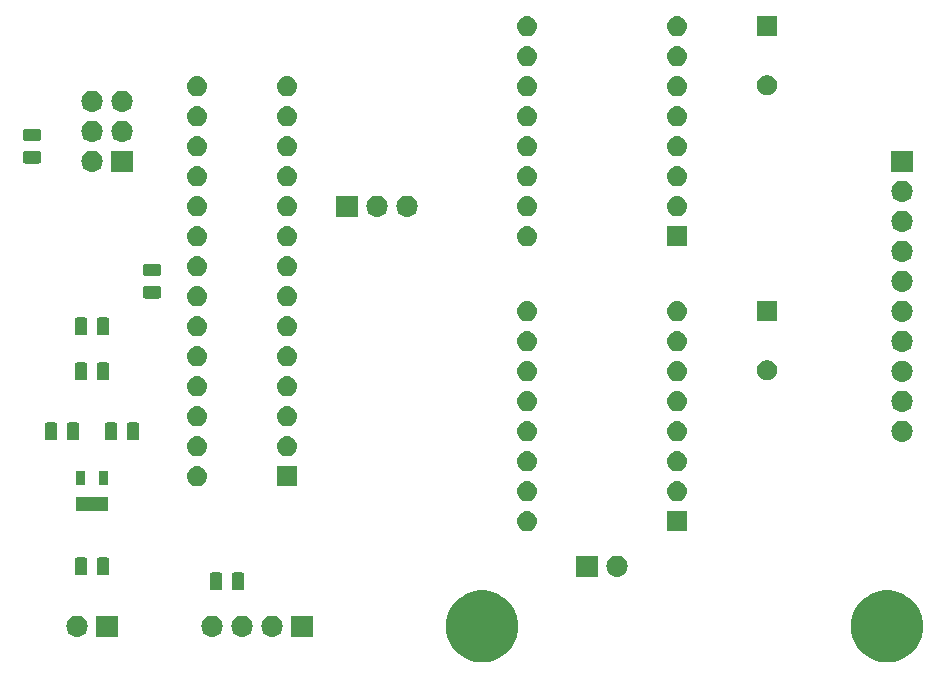
<source format=gbr>
G04 #@! TF.GenerationSoftware,KiCad,Pcbnew,(5.1.2)-1*
G04 #@! TF.CreationDate,2019-05-23T00:03:13+02:00*
G04 #@! TF.ProjectId,DualStepperI2C_PCB_2,4475616c-5374-4657-9070-65724932435f,rev?*
G04 #@! TF.SameCoordinates,Original*
G04 #@! TF.FileFunction,Soldermask,Top*
G04 #@! TF.FilePolarity,Negative*
%FSLAX46Y46*%
G04 Gerber Fmt 4.6, Leading zero omitted, Abs format (unit mm)*
G04 Created by KiCad (PCBNEW (5.1.2)-1) date 2019-05-23 00:03:13*
%MOMM*%
%LPD*%
G04 APERTURE LIST*
%ADD10C,0.100000*%
G04 APERTURE END LIST*
D10*
G36*
X231735170Y-103687879D02*
G01*
X232029868Y-103746498D01*
X232585067Y-103976469D01*
X232870867Y-104167435D01*
X233084733Y-104310335D01*
X233509665Y-104735267D01*
X233652565Y-104949133D01*
X233843531Y-105234933D01*
X234073502Y-105790132D01*
X234190740Y-106379528D01*
X234190740Y-106980472D01*
X234073502Y-107569868D01*
X233843531Y-108125067D01*
X233652565Y-108410867D01*
X233509665Y-108624733D01*
X233084733Y-109049665D01*
X232870867Y-109192565D01*
X232585067Y-109383531D01*
X232029868Y-109613502D01*
X231735170Y-109672121D01*
X231440473Y-109730740D01*
X230839527Y-109730740D01*
X230544830Y-109672121D01*
X230250132Y-109613502D01*
X229694933Y-109383531D01*
X229409133Y-109192565D01*
X229195267Y-109049665D01*
X228770335Y-108624733D01*
X228627435Y-108410867D01*
X228436469Y-108125067D01*
X228206498Y-107569868D01*
X228089260Y-106980472D01*
X228089260Y-106379528D01*
X228206498Y-105790132D01*
X228436469Y-105234933D01*
X228627435Y-104949133D01*
X228770335Y-104735267D01*
X229195267Y-104310335D01*
X229409133Y-104167435D01*
X229694933Y-103976469D01*
X230250132Y-103746498D01*
X230544830Y-103687879D01*
X230839527Y-103629260D01*
X231440473Y-103629260D01*
X231735170Y-103687879D01*
X231735170Y-103687879D01*
G37*
G36*
X197445170Y-103687879D02*
G01*
X197739868Y-103746498D01*
X198295067Y-103976469D01*
X198580867Y-104167435D01*
X198794733Y-104310335D01*
X199219665Y-104735267D01*
X199362565Y-104949133D01*
X199553531Y-105234933D01*
X199783502Y-105790132D01*
X199900740Y-106379528D01*
X199900740Y-106980472D01*
X199783502Y-107569868D01*
X199553531Y-108125067D01*
X199362565Y-108410867D01*
X199219665Y-108624733D01*
X198794733Y-109049665D01*
X198580867Y-109192565D01*
X198295067Y-109383531D01*
X197739868Y-109613502D01*
X197445170Y-109672121D01*
X197150473Y-109730740D01*
X196549527Y-109730740D01*
X196254830Y-109672121D01*
X195960132Y-109613502D01*
X195404933Y-109383531D01*
X195119133Y-109192565D01*
X194905267Y-109049665D01*
X194480335Y-108624733D01*
X194337435Y-108410867D01*
X194146469Y-108125067D01*
X193916498Y-107569868D01*
X193799260Y-106980472D01*
X193799260Y-106379528D01*
X193916498Y-105790132D01*
X194146469Y-105234933D01*
X194337435Y-104949133D01*
X194480335Y-104735267D01*
X194905267Y-104310335D01*
X195119133Y-104167435D01*
X195404933Y-103976469D01*
X195960132Y-103746498D01*
X196254830Y-103687879D01*
X196549527Y-103629260D01*
X197150473Y-103629260D01*
X197445170Y-103687879D01*
X197445170Y-103687879D01*
G37*
G36*
X179180443Y-105785519D02*
G01*
X179246627Y-105792037D01*
X179416466Y-105843557D01*
X179572991Y-105927222D01*
X179608729Y-105956552D01*
X179710186Y-106039814D01*
X179793448Y-106141271D01*
X179822778Y-106177009D01*
X179906443Y-106333534D01*
X179957963Y-106503373D01*
X179975359Y-106680000D01*
X179957963Y-106856627D01*
X179906443Y-107026466D01*
X179822778Y-107182991D01*
X179793448Y-107218729D01*
X179710186Y-107320186D01*
X179608729Y-107403448D01*
X179572991Y-107432778D01*
X179416466Y-107516443D01*
X179246627Y-107567963D01*
X179180443Y-107574481D01*
X179114260Y-107581000D01*
X179025740Y-107581000D01*
X178959557Y-107574481D01*
X178893373Y-107567963D01*
X178723534Y-107516443D01*
X178567009Y-107432778D01*
X178531271Y-107403448D01*
X178429814Y-107320186D01*
X178346552Y-107218729D01*
X178317222Y-107182991D01*
X178233557Y-107026466D01*
X178182037Y-106856627D01*
X178164641Y-106680000D01*
X178182037Y-106503373D01*
X178233557Y-106333534D01*
X178317222Y-106177009D01*
X178346552Y-106141271D01*
X178429814Y-106039814D01*
X178531271Y-105956552D01*
X178567009Y-105927222D01*
X178723534Y-105843557D01*
X178893373Y-105792037D01*
X178959557Y-105785519D01*
X179025740Y-105779000D01*
X179114260Y-105779000D01*
X179180443Y-105785519D01*
X179180443Y-105785519D01*
G37*
G36*
X182511000Y-107581000D02*
G01*
X180709000Y-107581000D01*
X180709000Y-105779000D01*
X182511000Y-105779000D01*
X182511000Y-107581000D01*
X182511000Y-107581000D01*
G37*
G36*
X166001000Y-107581000D02*
G01*
X164199000Y-107581000D01*
X164199000Y-105779000D01*
X166001000Y-105779000D01*
X166001000Y-107581000D01*
X166001000Y-107581000D01*
G37*
G36*
X162670443Y-105785519D02*
G01*
X162736627Y-105792037D01*
X162906466Y-105843557D01*
X163062991Y-105927222D01*
X163098729Y-105956552D01*
X163200186Y-106039814D01*
X163283448Y-106141271D01*
X163312778Y-106177009D01*
X163396443Y-106333534D01*
X163447963Y-106503373D01*
X163465359Y-106680000D01*
X163447963Y-106856627D01*
X163396443Y-107026466D01*
X163312778Y-107182991D01*
X163283448Y-107218729D01*
X163200186Y-107320186D01*
X163098729Y-107403448D01*
X163062991Y-107432778D01*
X162906466Y-107516443D01*
X162736627Y-107567963D01*
X162670443Y-107574481D01*
X162604260Y-107581000D01*
X162515740Y-107581000D01*
X162449557Y-107574481D01*
X162383373Y-107567963D01*
X162213534Y-107516443D01*
X162057009Y-107432778D01*
X162021271Y-107403448D01*
X161919814Y-107320186D01*
X161836552Y-107218729D01*
X161807222Y-107182991D01*
X161723557Y-107026466D01*
X161672037Y-106856627D01*
X161654641Y-106680000D01*
X161672037Y-106503373D01*
X161723557Y-106333534D01*
X161807222Y-106177009D01*
X161836552Y-106141271D01*
X161919814Y-106039814D01*
X162021271Y-105956552D01*
X162057009Y-105927222D01*
X162213534Y-105843557D01*
X162383373Y-105792037D01*
X162449557Y-105785519D01*
X162515740Y-105779000D01*
X162604260Y-105779000D01*
X162670443Y-105785519D01*
X162670443Y-105785519D01*
G37*
G36*
X174100443Y-105785519D02*
G01*
X174166627Y-105792037D01*
X174336466Y-105843557D01*
X174492991Y-105927222D01*
X174528729Y-105956552D01*
X174630186Y-106039814D01*
X174713448Y-106141271D01*
X174742778Y-106177009D01*
X174826443Y-106333534D01*
X174877963Y-106503373D01*
X174895359Y-106680000D01*
X174877963Y-106856627D01*
X174826443Y-107026466D01*
X174742778Y-107182991D01*
X174713448Y-107218729D01*
X174630186Y-107320186D01*
X174528729Y-107403448D01*
X174492991Y-107432778D01*
X174336466Y-107516443D01*
X174166627Y-107567963D01*
X174100443Y-107574481D01*
X174034260Y-107581000D01*
X173945740Y-107581000D01*
X173879557Y-107574481D01*
X173813373Y-107567963D01*
X173643534Y-107516443D01*
X173487009Y-107432778D01*
X173451271Y-107403448D01*
X173349814Y-107320186D01*
X173266552Y-107218729D01*
X173237222Y-107182991D01*
X173153557Y-107026466D01*
X173102037Y-106856627D01*
X173084641Y-106680000D01*
X173102037Y-106503373D01*
X173153557Y-106333534D01*
X173237222Y-106177009D01*
X173266552Y-106141271D01*
X173349814Y-106039814D01*
X173451271Y-105956552D01*
X173487009Y-105927222D01*
X173643534Y-105843557D01*
X173813373Y-105792037D01*
X173879557Y-105785519D01*
X173945740Y-105779000D01*
X174034260Y-105779000D01*
X174100443Y-105785519D01*
X174100443Y-105785519D01*
G37*
G36*
X176640443Y-105785519D02*
G01*
X176706627Y-105792037D01*
X176876466Y-105843557D01*
X177032991Y-105927222D01*
X177068729Y-105956552D01*
X177170186Y-106039814D01*
X177253448Y-106141271D01*
X177282778Y-106177009D01*
X177366443Y-106333534D01*
X177417963Y-106503373D01*
X177435359Y-106680000D01*
X177417963Y-106856627D01*
X177366443Y-107026466D01*
X177282778Y-107182991D01*
X177253448Y-107218729D01*
X177170186Y-107320186D01*
X177068729Y-107403448D01*
X177032991Y-107432778D01*
X176876466Y-107516443D01*
X176706627Y-107567963D01*
X176640443Y-107574481D01*
X176574260Y-107581000D01*
X176485740Y-107581000D01*
X176419557Y-107574481D01*
X176353373Y-107567963D01*
X176183534Y-107516443D01*
X176027009Y-107432778D01*
X175991271Y-107403448D01*
X175889814Y-107320186D01*
X175806552Y-107218729D01*
X175777222Y-107182991D01*
X175693557Y-107026466D01*
X175642037Y-106856627D01*
X175624641Y-106680000D01*
X175642037Y-106503373D01*
X175693557Y-106333534D01*
X175777222Y-106177009D01*
X175806552Y-106141271D01*
X175889814Y-106039814D01*
X175991271Y-105956552D01*
X176027009Y-105927222D01*
X176183534Y-105843557D01*
X176353373Y-105792037D01*
X176419557Y-105785519D01*
X176485740Y-105779000D01*
X176574260Y-105779000D01*
X176640443Y-105785519D01*
X176640443Y-105785519D01*
G37*
G36*
X176569468Y-102123565D02*
G01*
X176608138Y-102135296D01*
X176643777Y-102154346D01*
X176675017Y-102179983D01*
X176700654Y-102211223D01*
X176719704Y-102246862D01*
X176731435Y-102285532D01*
X176736000Y-102331888D01*
X176736000Y-103408112D01*
X176731435Y-103454468D01*
X176719704Y-103493138D01*
X176700654Y-103528777D01*
X176675017Y-103560017D01*
X176643777Y-103585654D01*
X176608138Y-103604704D01*
X176569468Y-103616435D01*
X176523112Y-103621000D01*
X175871888Y-103621000D01*
X175825532Y-103616435D01*
X175786862Y-103604704D01*
X175751223Y-103585654D01*
X175719983Y-103560017D01*
X175694346Y-103528777D01*
X175675296Y-103493138D01*
X175663565Y-103454468D01*
X175659000Y-103408112D01*
X175659000Y-102331888D01*
X175663565Y-102285532D01*
X175675296Y-102246862D01*
X175694346Y-102211223D01*
X175719983Y-102179983D01*
X175751223Y-102154346D01*
X175786862Y-102135296D01*
X175825532Y-102123565D01*
X175871888Y-102119000D01*
X176523112Y-102119000D01*
X176569468Y-102123565D01*
X176569468Y-102123565D01*
G37*
G36*
X174694468Y-102123565D02*
G01*
X174733138Y-102135296D01*
X174768777Y-102154346D01*
X174800017Y-102179983D01*
X174825654Y-102211223D01*
X174844704Y-102246862D01*
X174856435Y-102285532D01*
X174861000Y-102331888D01*
X174861000Y-103408112D01*
X174856435Y-103454468D01*
X174844704Y-103493138D01*
X174825654Y-103528777D01*
X174800017Y-103560017D01*
X174768777Y-103585654D01*
X174733138Y-103604704D01*
X174694468Y-103616435D01*
X174648112Y-103621000D01*
X173996888Y-103621000D01*
X173950532Y-103616435D01*
X173911862Y-103604704D01*
X173876223Y-103585654D01*
X173844983Y-103560017D01*
X173819346Y-103528777D01*
X173800296Y-103493138D01*
X173788565Y-103454468D01*
X173784000Y-103408112D01*
X173784000Y-102331888D01*
X173788565Y-102285532D01*
X173800296Y-102246862D01*
X173819346Y-102211223D01*
X173844983Y-102179983D01*
X173876223Y-102154346D01*
X173911862Y-102135296D01*
X173950532Y-102123565D01*
X173996888Y-102119000D01*
X174648112Y-102119000D01*
X174694468Y-102123565D01*
X174694468Y-102123565D01*
G37*
G36*
X208390443Y-100705519D02*
G01*
X208456627Y-100712037D01*
X208626466Y-100763557D01*
X208782991Y-100847222D01*
X208818729Y-100876552D01*
X208920186Y-100959814D01*
X209003448Y-101061271D01*
X209032778Y-101097009D01*
X209116443Y-101253534D01*
X209167963Y-101423373D01*
X209185359Y-101600000D01*
X209167963Y-101776627D01*
X209116443Y-101946466D01*
X209032778Y-102102991D01*
X209015893Y-102123565D01*
X208920186Y-102240186D01*
X208818729Y-102323448D01*
X208782991Y-102352778D01*
X208626466Y-102436443D01*
X208456627Y-102487963D01*
X208390442Y-102494482D01*
X208324260Y-102501000D01*
X208235740Y-102501000D01*
X208169558Y-102494482D01*
X208103373Y-102487963D01*
X207933534Y-102436443D01*
X207777009Y-102352778D01*
X207741271Y-102323448D01*
X207639814Y-102240186D01*
X207544107Y-102123565D01*
X207527222Y-102102991D01*
X207443557Y-101946466D01*
X207392037Y-101776627D01*
X207374641Y-101600000D01*
X207392037Y-101423373D01*
X207443557Y-101253534D01*
X207527222Y-101097009D01*
X207556552Y-101061271D01*
X207639814Y-100959814D01*
X207741271Y-100876552D01*
X207777009Y-100847222D01*
X207933534Y-100763557D01*
X208103373Y-100712037D01*
X208169557Y-100705519D01*
X208235740Y-100699000D01*
X208324260Y-100699000D01*
X208390443Y-100705519D01*
X208390443Y-100705519D01*
G37*
G36*
X206641000Y-102501000D02*
G01*
X204839000Y-102501000D01*
X204839000Y-100699000D01*
X206641000Y-100699000D01*
X206641000Y-102501000D01*
X206641000Y-102501000D01*
G37*
G36*
X165139468Y-100853565D02*
G01*
X165178138Y-100865296D01*
X165213777Y-100884346D01*
X165245017Y-100909983D01*
X165270654Y-100941223D01*
X165289704Y-100976862D01*
X165301435Y-101015532D01*
X165306000Y-101061888D01*
X165306000Y-102138112D01*
X165301435Y-102184468D01*
X165289704Y-102223138D01*
X165270654Y-102258777D01*
X165245017Y-102290017D01*
X165213777Y-102315654D01*
X165178138Y-102334704D01*
X165139468Y-102346435D01*
X165093112Y-102351000D01*
X164441888Y-102351000D01*
X164395532Y-102346435D01*
X164356862Y-102334704D01*
X164321223Y-102315654D01*
X164289983Y-102290017D01*
X164264346Y-102258777D01*
X164245296Y-102223138D01*
X164233565Y-102184468D01*
X164229000Y-102138112D01*
X164229000Y-101061888D01*
X164233565Y-101015532D01*
X164245296Y-100976862D01*
X164264346Y-100941223D01*
X164289983Y-100909983D01*
X164321223Y-100884346D01*
X164356862Y-100865296D01*
X164395532Y-100853565D01*
X164441888Y-100849000D01*
X165093112Y-100849000D01*
X165139468Y-100853565D01*
X165139468Y-100853565D01*
G37*
G36*
X163264468Y-100853565D02*
G01*
X163303138Y-100865296D01*
X163338777Y-100884346D01*
X163370017Y-100909983D01*
X163395654Y-100941223D01*
X163414704Y-100976862D01*
X163426435Y-101015532D01*
X163431000Y-101061888D01*
X163431000Y-102138112D01*
X163426435Y-102184468D01*
X163414704Y-102223138D01*
X163395654Y-102258777D01*
X163370017Y-102290017D01*
X163338777Y-102315654D01*
X163303138Y-102334704D01*
X163264468Y-102346435D01*
X163218112Y-102351000D01*
X162566888Y-102351000D01*
X162520532Y-102346435D01*
X162481862Y-102334704D01*
X162446223Y-102315654D01*
X162414983Y-102290017D01*
X162389346Y-102258777D01*
X162370296Y-102223138D01*
X162358565Y-102184468D01*
X162354000Y-102138112D01*
X162354000Y-101061888D01*
X162358565Y-101015532D01*
X162370296Y-100976862D01*
X162389346Y-100941223D01*
X162414983Y-100909983D01*
X162446223Y-100884346D01*
X162481862Y-100865296D01*
X162520532Y-100853565D01*
X162566888Y-100849000D01*
X163218112Y-100849000D01*
X163264468Y-100853565D01*
X163264468Y-100853565D01*
G37*
G36*
X200826823Y-96951313D02*
G01*
X200987242Y-96999976D01*
X201119906Y-97070886D01*
X201135078Y-97078996D01*
X201264659Y-97185341D01*
X201371004Y-97314922D01*
X201371005Y-97314924D01*
X201450024Y-97462758D01*
X201498687Y-97623177D01*
X201515117Y-97790000D01*
X201498687Y-97956823D01*
X201450024Y-98117242D01*
X201379114Y-98249906D01*
X201371004Y-98265078D01*
X201264659Y-98394659D01*
X201135078Y-98501004D01*
X201135076Y-98501005D01*
X200987242Y-98580024D01*
X200826823Y-98628687D01*
X200701804Y-98641000D01*
X200618196Y-98641000D01*
X200493177Y-98628687D01*
X200332758Y-98580024D01*
X200184924Y-98501005D01*
X200184922Y-98501004D01*
X200055341Y-98394659D01*
X199948996Y-98265078D01*
X199940886Y-98249906D01*
X199869976Y-98117242D01*
X199821313Y-97956823D01*
X199804883Y-97790000D01*
X199821313Y-97623177D01*
X199869976Y-97462758D01*
X199948995Y-97314924D01*
X199948996Y-97314922D01*
X200055341Y-97185341D01*
X200184922Y-97078996D01*
X200200094Y-97070886D01*
X200332758Y-96999976D01*
X200493177Y-96951313D01*
X200618196Y-96939000D01*
X200701804Y-96939000D01*
X200826823Y-96951313D01*
X200826823Y-96951313D01*
G37*
G36*
X214211000Y-98641000D02*
G01*
X212509000Y-98641000D01*
X212509000Y-96939000D01*
X214211000Y-96939000D01*
X214211000Y-98641000D01*
X214211000Y-98641000D01*
G37*
G36*
X165156000Y-96931000D02*
G01*
X162504000Y-96931000D01*
X162504000Y-95769000D01*
X165156000Y-95769000D01*
X165156000Y-96931000D01*
X165156000Y-96931000D01*
G37*
G36*
X200826823Y-94411313D02*
G01*
X200987242Y-94459976D01*
X201119906Y-94530886D01*
X201135078Y-94538996D01*
X201264659Y-94645341D01*
X201371004Y-94774922D01*
X201371005Y-94774924D01*
X201450024Y-94922758D01*
X201498687Y-95083177D01*
X201515117Y-95250000D01*
X201498687Y-95416823D01*
X201450024Y-95577242D01*
X201379114Y-95709906D01*
X201371004Y-95725078D01*
X201264659Y-95854659D01*
X201135078Y-95961004D01*
X201135076Y-95961005D01*
X200987242Y-96040024D01*
X200826823Y-96088687D01*
X200701804Y-96101000D01*
X200618196Y-96101000D01*
X200493177Y-96088687D01*
X200332758Y-96040024D01*
X200184924Y-95961005D01*
X200184922Y-95961004D01*
X200055341Y-95854659D01*
X199948996Y-95725078D01*
X199940886Y-95709906D01*
X199869976Y-95577242D01*
X199821313Y-95416823D01*
X199804883Y-95250000D01*
X199821313Y-95083177D01*
X199869976Y-94922758D01*
X199948995Y-94774924D01*
X199948996Y-94774922D01*
X200055341Y-94645341D01*
X200184922Y-94538996D01*
X200200094Y-94530886D01*
X200332758Y-94459976D01*
X200493177Y-94411313D01*
X200618196Y-94399000D01*
X200701804Y-94399000D01*
X200826823Y-94411313D01*
X200826823Y-94411313D01*
G37*
G36*
X213526823Y-94411313D02*
G01*
X213687242Y-94459976D01*
X213819906Y-94530886D01*
X213835078Y-94538996D01*
X213964659Y-94645341D01*
X214071004Y-94774922D01*
X214071005Y-94774924D01*
X214150024Y-94922758D01*
X214198687Y-95083177D01*
X214215117Y-95250000D01*
X214198687Y-95416823D01*
X214150024Y-95577242D01*
X214079114Y-95709906D01*
X214071004Y-95725078D01*
X213964659Y-95854659D01*
X213835078Y-95961004D01*
X213835076Y-95961005D01*
X213687242Y-96040024D01*
X213526823Y-96088687D01*
X213401804Y-96101000D01*
X213318196Y-96101000D01*
X213193177Y-96088687D01*
X213032758Y-96040024D01*
X212884924Y-95961005D01*
X212884922Y-95961004D01*
X212755341Y-95854659D01*
X212648996Y-95725078D01*
X212640886Y-95709906D01*
X212569976Y-95577242D01*
X212521313Y-95416823D01*
X212504883Y-95250000D01*
X212521313Y-95083177D01*
X212569976Y-94922758D01*
X212648995Y-94774924D01*
X212648996Y-94774922D01*
X212755341Y-94645341D01*
X212884922Y-94538996D01*
X212900094Y-94530886D01*
X213032758Y-94459976D01*
X213193177Y-94411313D01*
X213318196Y-94399000D01*
X213401804Y-94399000D01*
X213526823Y-94411313D01*
X213526823Y-94411313D01*
G37*
G36*
X181191000Y-94831000D02*
G01*
X179489000Y-94831000D01*
X179489000Y-93129000D01*
X181191000Y-93129000D01*
X181191000Y-94831000D01*
X181191000Y-94831000D01*
G37*
G36*
X172886823Y-93141313D02*
G01*
X173047242Y-93189976D01*
X173179906Y-93260886D01*
X173195078Y-93268996D01*
X173324659Y-93375341D01*
X173431004Y-93504922D01*
X173431005Y-93504924D01*
X173510024Y-93652758D01*
X173558687Y-93813177D01*
X173575117Y-93980000D01*
X173558687Y-94146823D01*
X173510024Y-94307242D01*
X173460978Y-94399000D01*
X173431004Y-94455078D01*
X173324659Y-94584659D01*
X173195078Y-94691004D01*
X173195076Y-94691005D01*
X173047242Y-94770024D01*
X172886823Y-94818687D01*
X172761804Y-94831000D01*
X172678196Y-94831000D01*
X172553177Y-94818687D01*
X172392758Y-94770024D01*
X172244924Y-94691005D01*
X172244922Y-94691004D01*
X172115341Y-94584659D01*
X172008996Y-94455078D01*
X171979022Y-94399000D01*
X171929976Y-94307242D01*
X171881313Y-94146823D01*
X171864883Y-93980000D01*
X171881313Y-93813177D01*
X171929976Y-93652758D01*
X172008995Y-93504924D01*
X172008996Y-93504922D01*
X172115341Y-93375341D01*
X172244922Y-93268996D01*
X172260094Y-93260886D01*
X172392758Y-93189976D01*
X172553177Y-93141313D01*
X172678196Y-93129000D01*
X172761804Y-93129000D01*
X172886823Y-93141313D01*
X172886823Y-93141313D01*
G37*
G36*
X165156000Y-94731000D02*
G01*
X164404000Y-94731000D01*
X164404000Y-93569000D01*
X165156000Y-93569000D01*
X165156000Y-94731000D01*
X165156000Y-94731000D01*
G37*
G36*
X163256000Y-94731000D02*
G01*
X162504000Y-94731000D01*
X162504000Y-93569000D01*
X163256000Y-93569000D01*
X163256000Y-94731000D01*
X163256000Y-94731000D01*
G37*
G36*
X213526823Y-91871313D02*
G01*
X213687242Y-91919976D01*
X213819906Y-91990886D01*
X213835078Y-91998996D01*
X213964659Y-92105341D01*
X214071004Y-92234922D01*
X214071005Y-92234924D01*
X214150024Y-92382758D01*
X214198687Y-92543177D01*
X214215117Y-92710000D01*
X214198687Y-92876823D01*
X214150024Y-93037242D01*
X214100978Y-93129000D01*
X214071004Y-93185078D01*
X213964659Y-93314659D01*
X213835078Y-93421004D01*
X213835076Y-93421005D01*
X213687242Y-93500024D01*
X213526823Y-93548687D01*
X213401804Y-93561000D01*
X213318196Y-93561000D01*
X213193177Y-93548687D01*
X213032758Y-93500024D01*
X212884924Y-93421005D01*
X212884922Y-93421004D01*
X212755341Y-93314659D01*
X212648996Y-93185078D01*
X212619022Y-93129000D01*
X212569976Y-93037242D01*
X212521313Y-92876823D01*
X212504883Y-92710000D01*
X212521313Y-92543177D01*
X212569976Y-92382758D01*
X212648995Y-92234924D01*
X212648996Y-92234922D01*
X212755341Y-92105341D01*
X212884922Y-91998996D01*
X212900094Y-91990886D01*
X213032758Y-91919976D01*
X213193177Y-91871313D01*
X213318196Y-91859000D01*
X213401804Y-91859000D01*
X213526823Y-91871313D01*
X213526823Y-91871313D01*
G37*
G36*
X200826823Y-91871313D02*
G01*
X200987242Y-91919976D01*
X201119906Y-91990886D01*
X201135078Y-91998996D01*
X201264659Y-92105341D01*
X201371004Y-92234922D01*
X201371005Y-92234924D01*
X201450024Y-92382758D01*
X201498687Y-92543177D01*
X201515117Y-92710000D01*
X201498687Y-92876823D01*
X201450024Y-93037242D01*
X201400978Y-93129000D01*
X201371004Y-93185078D01*
X201264659Y-93314659D01*
X201135078Y-93421004D01*
X201135076Y-93421005D01*
X200987242Y-93500024D01*
X200826823Y-93548687D01*
X200701804Y-93561000D01*
X200618196Y-93561000D01*
X200493177Y-93548687D01*
X200332758Y-93500024D01*
X200184924Y-93421005D01*
X200184922Y-93421004D01*
X200055341Y-93314659D01*
X199948996Y-93185078D01*
X199919022Y-93129000D01*
X199869976Y-93037242D01*
X199821313Y-92876823D01*
X199804883Y-92710000D01*
X199821313Y-92543177D01*
X199869976Y-92382758D01*
X199948995Y-92234924D01*
X199948996Y-92234922D01*
X200055341Y-92105341D01*
X200184922Y-91998996D01*
X200200094Y-91990886D01*
X200332758Y-91919976D01*
X200493177Y-91871313D01*
X200618196Y-91859000D01*
X200701804Y-91859000D01*
X200826823Y-91871313D01*
X200826823Y-91871313D01*
G37*
G36*
X172886823Y-90601313D02*
G01*
X173047242Y-90649976D01*
X173179906Y-90720886D01*
X173195078Y-90728996D01*
X173324659Y-90835341D01*
X173431004Y-90964922D01*
X173431005Y-90964924D01*
X173510024Y-91112758D01*
X173558687Y-91273177D01*
X173575117Y-91440000D01*
X173558687Y-91606823D01*
X173510024Y-91767242D01*
X173460978Y-91859000D01*
X173431004Y-91915078D01*
X173324659Y-92044659D01*
X173195078Y-92151004D01*
X173195076Y-92151005D01*
X173047242Y-92230024D01*
X172886823Y-92278687D01*
X172761804Y-92291000D01*
X172678196Y-92291000D01*
X172553177Y-92278687D01*
X172392758Y-92230024D01*
X172244924Y-92151005D01*
X172244922Y-92151004D01*
X172115341Y-92044659D01*
X172008996Y-91915078D01*
X171979022Y-91859000D01*
X171929976Y-91767242D01*
X171881313Y-91606823D01*
X171864883Y-91440000D01*
X171881313Y-91273177D01*
X171929976Y-91112758D01*
X172008995Y-90964924D01*
X172008996Y-90964922D01*
X172115341Y-90835341D01*
X172244922Y-90728996D01*
X172260094Y-90720886D01*
X172392758Y-90649976D01*
X172553177Y-90601313D01*
X172678196Y-90589000D01*
X172761804Y-90589000D01*
X172886823Y-90601313D01*
X172886823Y-90601313D01*
G37*
G36*
X180506823Y-90601313D02*
G01*
X180667242Y-90649976D01*
X180799906Y-90720886D01*
X180815078Y-90728996D01*
X180944659Y-90835341D01*
X181051004Y-90964922D01*
X181051005Y-90964924D01*
X181130024Y-91112758D01*
X181178687Y-91273177D01*
X181195117Y-91440000D01*
X181178687Y-91606823D01*
X181130024Y-91767242D01*
X181080978Y-91859000D01*
X181051004Y-91915078D01*
X180944659Y-92044659D01*
X180815078Y-92151004D01*
X180815076Y-92151005D01*
X180667242Y-92230024D01*
X180506823Y-92278687D01*
X180381804Y-92291000D01*
X180298196Y-92291000D01*
X180173177Y-92278687D01*
X180012758Y-92230024D01*
X179864924Y-92151005D01*
X179864922Y-92151004D01*
X179735341Y-92044659D01*
X179628996Y-91915078D01*
X179599022Y-91859000D01*
X179549976Y-91767242D01*
X179501313Y-91606823D01*
X179484883Y-91440000D01*
X179501313Y-91273177D01*
X179549976Y-91112758D01*
X179628995Y-90964924D01*
X179628996Y-90964922D01*
X179735341Y-90835341D01*
X179864922Y-90728996D01*
X179880094Y-90720886D01*
X180012758Y-90649976D01*
X180173177Y-90601313D01*
X180298196Y-90589000D01*
X180381804Y-90589000D01*
X180506823Y-90601313D01*
X180506823Y-90601313D01*
G37*
G36*
X232520443Y-89275519D02*
G01*
X232586627Y-89282037D01*
X232756466Y-89333557D01*
X232912991Y-89417222D01*
X232948729Y-89446552D01*
X233050186Y-89529814D01*
X233133448Y-89631271D01*
X233162778Y-89667009D01*
X233246443Y-89823534D01*
X233297963Y-89993373D01*
X233315359Y-90170000D01*
X233297963Y-90346627D01*
X233246443Y-90516466D01*
X233162778Y-90672991D01*
X233137101Y-90704278D01*
X233050186Y-90810186D01*
X232948729Y-90893448D01*
X232912991Y-90922778D01*
X232756466Y-91006443D01*
X232586627Y-91057963D01*
X232520442Y-91064482D01*
X232454260Y-91071000D01*
X232365740Y-91071000D01*
X232299558Y-91064482D01*
X232233373Y-91057963D01*
X232063534Y-91006443D01*
X231907009Y-90922778D01*
X231871271Y-90893448D01*
X231769814Y-90810186D01*
X231682899Y-90704278D01*
X231657222Y-90672991D01*
X231573557Y-90516466D01*
X231522037Y-90346627D01*
X231504641Y-90170000D01*
X231522037Y-89993373D01*
X231573557Y-89823534D01*
X231657222Y-89667009D01*
X231686552Y-89631271D01*
X231769814Y-89529814D01*
X231871271Y-89446552D01*
X231907009Y-89417222D01*
X232063534Y-89333557D01*
X232233373Y-89282037D01*
X232299557Y-89275519D01*
X232365740Y-89269000D01*
X232454260Y-89269000D01*
X232520443Y-89275519D01*
X232520443Y-89275519D01*
G37*
G36*
X200826823Y-89331313D02*
G01*
X200987242Y-89379976D01*
X201090738Y-89435296D01*
X201135078Y-89458996D01*
X201264659Y-89565341D01*
X201371004Y-89694922D01*
X201371005Y-89694924D01*
X201450024Y-89842758D01*
X201498687Y-90003177D01*
X201515117Y-90170000D01*
X201498687Y-90336823D01*
X201450024Y-90497242D01*
X201439747Y-90516468D01*
X201371004Y-90645078D01*
X201264659Y-90774659D01*
X201135078Y-90881004D01*
X201135076Y-90881005D01*
X200987242Y-90960024D01*
X200826823Y-91008687D01*
X200701804Y-91021000D01*
X200618196Y-91021000D01*
X200493177Y-91008687D01*
X200332758Y-90960024D01*
X200184924Y-90881005D01*
X200184922Y-90881004D01*
X200055341Y-90774659D01*
X199948996Y-90645078D01*
X199880253Y-90516468D01*
X199869976Y-90497242D01*
X199821313Y-90336823D01*
X199804883Y-90170000D01*
X199821313Y-90003177D01*
X199869976Y-89842758D01*
X199948995Y-89694924D01*
X199948996Y-89694922D01*
X200055341Y-89565341D01*
X200184922Y-89458996D01*
X200229262Y-89435296D01*
X200332758Y-89379976D01*
X200493177Y-89331313D01*
X200618196Y-89319000D01*
X200701804Y-89319000D01*
X200826823Y-89331313D01*
X200826823Y-89331313D01*
G37*
G36*
X213526823Y-89331313D02*
G01*
X213687242Y-89379976D01*
X213790738Y-89435296D01*
X213835078Y-89458996D01*
X213964659Y-89565341D01*
X214071004Y-89694922D01*
X214071005Y-89694924D01*
X214150024Y-89842758D01*
X214198687Y-90003177D01*
X214215117Y-90170000D01*
X214198687Y-90336823D01*
X214150024Y-90497242D01*
X214139747Y-90516468D01*
X214071004Y-90645078D01*
X213964659Y-90774659D01*
X213835078Y-90881004D01*
X213835076Y-90881005D01*
X213687242Y-90960024D01*
X213526823Y-91008687D01*
X213401804Y-91021000D01*
X213318196Y-91021000D01*
X213193177Y-91008687D01*
X213032758Y-90960024D01*
X212884924Y-90881005D01*
X212884922Y-90881004D01*
X212755341Y-90774659D01*
X212648996Y-90645078D01*
X212580253Y-90516468D01*
X212569976Y-90497242D01*
X212521313Y-90336823D01*
X212504883Y-90170000D01*
X212521313Y-90003177D01*
X212569976Y-89842758D01*
X212648995Y-89694924D01*
X212648996Y-89694922D01*
X212755341Y-89565341D01*
X212884922Y-89458996D01*
X212929262Y-89435296D01*
X213032758Y-89379976D01*
X213193177Y-89331313D01*
X213318196Y-89319000D01*
X213401804Y-89319000D01*
X213526823Y-89331313D01*
X213526823Y-89331313D01*
G37*
G36*
X165804468Y-89423565D02*
G01*
X165843138Y-89435296D01*
X165878777Y-89454346D01*
X165910017Y-89479983D01*
X165935654Y-89511223D01*
X165954704Y-89546862D01*
X165966435Y-89585532D01*
X165971000Y-89631888D01*
X165971000Y-90708112D01*
X165966435Y-90754468D01*
X165954704Y-90793138D01*
X165935654Y-90828777D01*
X165910017Y-90860017D01*
X165878777Y-90885654D01*
X165843138Y-90904704D01*
X165804468Y-90916435D01*
X165758112Y-90921000D01*
X165106888Y-90921000D01*
X165060532Y-90916435D01*
X165021862Y-90904704D01*
X164986223Y-90885654D01*
X164954983Y-90860017D01*
X164929346Y-90828777D01*
X164910296Y-90793138D01*
X164898565Y-90754468D01*
X164894000Y-90708112D01*
X164894000Y-89631888D01*
X164898565Y-89585532D01*
X164910296Y-89546862D01*
X164929346Y-89511223D01*
X164954983Y-89479983D01*
X164986223Y-89454346D01*
X165021862Y-89435296D01*
X165060532Y-89423565D01*
X165106888Y-89419000D01*
X165758112Y-89419000D01*
X165804468Y-89423565D01*
X165804468Y-89423565D01*
G37*
G36*
X167679468Y-89423565D02*
G01*
X167718138Y-89435296D01*
X167753777Y-89454346D01*
X167785017Y-89479983D01*
X167810654Y-89511223D01*
X167829704Y-89546862D01*
X167841435Y-89585532D01*
X167846000Y-89631888D01*
X167846000Y-90708112D01*
X167841435Y-90754468D01*
X167829704Y-90793138D01*
X167810654Y-90828777D01*
X167785017Y-90860017D01*
X167753777Y-90885654D01*
X167718138Y-90904704D01*
X167679468Y-90916435D01*
X167633112Y-90921000D01*
X166981888Y-90921000D01*
X166935532Y-90916435D01*
X166896862Y-90904704D01*
X166861223Y-90885654D01*
X166829983Y-90860017D01*
X166804346Y-90828777D01*
X166785296Y-90793138D01*
X166773565Y-90754468D01*
X166769000Y-90708112D01*
X166769000Y-89631888D01*
X166773565Y-89585532D01*
X166785296Y-89546862D01*
X166804346Y-89511223D01*
X166829983Y-89479983D01*
X166861223Y-89454346D01*
X166896862Y-89435296D01*
X166935532Y-89423565D01*
X166981888Y-89419000D01*
X167633112Y-89419000D01*
X167679468Y-89423565D01*
X167679468Y-89423565D01*
G37*
G36*
X160724468Y-89423565D02*
G01*
X160763138Y-89435296D01*
X160798777Y-89454346D01*
X160830017Y-89479983D01*
X160855654Y-89511223D01*
X160874704Y-89546862D01*
X160886435Y-89585532D01*
X160891000Y-89631888D01*
X160891000Y-90708112D01*
X160886435Y-90754468D01*
X160874704Y-90793138D01*
X160855654Y-90828777D01*
X160830017Y-90860017D01*
X160798777Y-90885654D01*
X160763138Y-90904704D01*
X160724468Y-90916435D01*
X160678112Y-90921000D01*
X160026888Y-90921000D01*
X159980532Y-90916435D01*
X159941862Y-90904704D01*
X159906223Y-90885654D01*
X159874983Y-90860017D01*
X159849346Y-90828777D01*
X159830296Y-90793138D01*
X159818565Y-90754468D01*
X159814000Y-90708112D01*
X159814000Y-89631888D01*
X159818565Y-89585532D01*
X159830296Y-89546862D01*
X159849346Y-89511223D01*
X159874983Y-89479983D01*
X159906223Y-89454346D01*
X159941862Y-89435296D01*
X159980532Y-89423565D01*
X160026888Y-89419000D01*
X160678112Y-89419000D01*
X160724468Y-89423565D01*
X160724468Y-89423565D01*
G37*
G36*
X162599468Y-89423565D02*
G01*
X162638138Y-89435296D01*
X162673777Y-89454346D01*
X162705017Y-89479983D01*
X162730654Y-89511223D01*
X162749704Y-89546862D01*
X162761435Y-89585532D01*
X162766000Y-89631888D01*
X162766000Y-90708112D01*
X162761435Y-90754468D01*
X162749704Y-90793138D01*
X162730654Y-90828777D01*
X162705017Y-90860017D01*
X162673777Y-90885654D01*
X162638138Y-90904704D01*
X162599468Y-90916435D01*
X162553112Y-90921000D01*
X161901888Y-90921000D01*
X161855532Y-90916435D01*
X161816862Y-90904704D01*
X161781223Y-90885654D01*
X161749983Y-90860017D01*
X161724346Y-90828777D01*
X161705296Y-90793138D01*
X161693565Y-90754468D01*
X161689000Y-90708112D01*
X161689000Y-89631888D01*
X161693565Y-89585532D01*
X161705296Y-89546862D01*
X161724346Y-89511223D01*
X161749983Y-89479983D01*
X161781223Y-89454346D01*
X161816862Y-89435296D01*
X161855532Y-89423565D01*
X161901888Y-89419000D01*
X162553112Y-89419000D01*
X162599468Y-89423565D01*
X162599468Y-89423565D01*
G37*
G36*
X180506823Y-88061313D02*
G01*
X180667242Y-88109976D01*
X180799906Y-88180886D01*
X180815078Y-88188996D01*
X180944659Y-88295341D01*
X181051004Y-88424922D01*
X181051005Y-88424924D01*
X181130024Y-88572758D01*
X181178687Y-88733177D01*
X181195117Y-88900000D01*
X181178687Y-89066823D01*
X181130024Y-89227242D01*
X181100735Y-89282037D01*
X181051004Y-89375078D01*
X180944659Y-89504659D01*
X180815078Y-89611004D01*
X180815076Y-89611005D01*
X180667242Y-89690024D01*
X180506823Y-89738687D01*
X180381804Y-89751000D01*
X180298196Y-89751000D01*
X180173177Y-89738687D01*
X180012758Y-89690024D01*
X179864924Y-89611005D01*
X179864922Y-89611004D01*
X179735341Y-89504659D01*
X179628996Y-89375078D01*
X179579265Y-89282037D01*
X179549976Y-89227242D01*
X179501313Y-89066823D01*
X179484883Y-88900000D01*
X179501313Y-88733177D01*
X179549976Y-88572758D01*
X179628995Y-88424924D01*
X179628996Y-88424922D01*
X179735341Y-88295341D01*
X179864922Y-88188996D01*
X179880094Y-88180886D01*
X180012758Y-88109976D01*
X180173177Y-88061313D01*
X180298196Y-88049000D01*
X180381804Y-88049000D01*
X180506823Y-88061313D01*
X180506823Y-88061313D01*
G37*
G36*
X172886823Y-88061313D02*
G01*
X173047242Y-88109976D01*
X173179906Y-88180886D01*
X173195078Y-88188996D01*
X173324659Y-88295341D01*
X173431004Y-88424922D01*
X173431005Y-88424924D01*
X173510024Y-88572758D01*
X173558687Y-88733177D01*
X173575117Y-88900000D01*
X173558687Y-89066823D01*
X173510024Y-89227242D01*
X173480735Y-89282037D01*
X173431004Y-89375078D01*
X173324659Y-89504659D01*
X173195078Y-89611004D01*
X173195076Y-89611005D01*
X173047242Y-89690024D01*
X172886823Y-89738687D01*
X172761804Y-89751000D01*
X172678196Y-89751000D01*
X172553177Y-89738687D01*
X172392758Y-89690024D01*
X172244924Y-89611005D01*
X172244922Y-89611004D01*
X172115341Y-89504659D01*
X172008996Y-89375078D01*
X171959265Y-89282037D01*
X171929976Y-89227242D01*
X171881313Y-89066823D01*
X171864883Y-88900000D01*
X171881313Y-88733177D01*
X171929976Y-88572758D01*
X172008995Y-88424924D01*
X172008996Y-88424922D01*
X172115341Y-88295341D01*
X172244922Y-88188996D01*
X172260094Y-88180886D01*
X172392758Y-88109976D01*
X172553177Y-88061313D01*
X172678196Y-88049000D01*
X172761804Y-88049000D01*
X172886823Y-88061313D01*
X172886823Y-88061313D01*
G37*
G36*
X232520442Y-86735518D02*
G01*
X232586627Y-86742037D01*
X232756466Y-86793557D01*
X232912991Y-86877222D01*
X232948729Y-86906552D01*
X233050186Y-86989814D01*
X233133448Y-87091271D01*
X233162778Y-87127009D01*
X233246443Y-87283534D01*
X233297963Y-87453373D01*
X233315359Y-87630000D01*
X233297963Y-87806627D01*
X233246443Y-87976466D01*
X233162778Y-88132991D01*
X233133448Y-88168729D01*
X233050186Y-88270186D01*
X232948729Y-88353448D01*
X232912991Y-88382778D01*
X232756466Y-88466443D01*
X232586627Y-88517963D01*
X232520442Y-88524482D01*
X232454260Y-88531000D01*
X232365740Y-88531000D01*
X232299558Y-88524482D01*
X232233373Y-88517963D01*
X232063534Y-88466443D01*
X231907009Y-88382778D01*
X231871271Y-88353448D01*
X231769814Y-88270186D01*
X231686552Y-88168729D01*
X231657222Y-88132991D01*
X231573557Y-87976466D01*
X231522037Y-87806627D01*
X231504641Y-87630000D01*
X231522037Y-87453373D01*
X231573557Y-87283534D01*
X231657222Y-87127009D01*
X231686552Y-87091271D01*
X231769814Y-86989814D01*
X231871271Y-86906552D01*
X231907009Y-86877222D01*
X232063534Y-86793557D01*
X232233373Y-86742037D01*
X232299558Y-86735518D01*
X232365740Y-86729000D01*
X232454260Y-86729000D01*
X232520442Y-86735518D01*
X232520442Y-86735518D01*
G37*
G36*
X200826823Y-86791313D02*
G01*
X200987242Y-86839976D01*
X201056922Y-86877221D01*
X201135078Y-86918996D01*
X201264659Y-87025341D01*
X201371004Y-87154922D01*
X201371005Y-87154924D01*
X201450024Y-87302758D01*
X201498687Y-87463177D01*
X201515117Y-87630000D01*
X201498687Y-87796823D01*
X201450024Y-87957242D01*
X201439747Y-87976468D01*
X201371004Y-88105078D01*
X201264659Y-88234659D01*
X201135078Y-88341004D01*
X201135076Y-88341005D01*
X200987242Y-88420024D01*
X200826823Y-88468687D01*
X200701804Y-88481000D01*
X200618196Y-88481000D01*
X200493177Y-88468687D01*
X200332758Y-88420024D01*
X200184924Y-88341005D01*
X200184922Y-88341004D01*
X200055341Y-88234659D01*
X199948996Y-88105078D01*
X199880253Y-87976468D01*
X199869976Y-87957242D01*
X199821313Y-87796823D01*
X199804883Y-87630000D01*
X199821313Y-87463177D01*
X199869976Y-87302758D01*
X199948995Y-87154924D01*
X199948996Y-87154922D01*
X200055341Y-87025341D01*
X200184922Y-86918996D01*
X200263078Y-86877221D01*
X200332758Y-86839976D01*
X200493177Y-86791313D01*
X200618196Y-86779000D01*
X200701804Y-86779000D01*
X200826823Y-86791313D01*
X200826823Y-86791313D01*
G37*
G36*
X213526823Y-86791313D02*
G01*
X213687242Y-86839976D01*
X213756922Y-86877221D01*
X213835078Y-86918996D01*
X213964659Y-87025341D01*
X214071004Y-87154922D01*
X214071005Y-87154924D01*
X214150024Y-87302758D01*
X214198687Y-87463177D01*
X214215117Y-87630000D01*
X214198687Y-87796823D01*
X214150024Y-87957242D01*
X214139747Y-87976468D01*
X214071004Y-88105078D01*
X213964659Y-88234659D01*
X213835078Y-88341004D01*
X213835076Y-88341005D01*
X213687242Y-88420024D01*
X213526823Y-88468687D01*
X213401804Y-88481000D01*
X213318196Y-88481000D01*
X213193177Y-88468687D01*
X213032758Y-88420024D01*
X212884924Y-88341005D01*
X212884922Y-88341004D01*
X212755341Y-88234659D01*
X212648996Y-88105078D01*
X212580253Y-87976468D01*
X212569976Y-87957242D01*
X212521313Y-87796823D01*
X212504883Y-87630000D01*
X212521313Y-87463177D01*
X212569976Y-87302758D01*
X212648995Y-87154924D01*
X212648996Y-87154922D01*
X212755341Y-87025341D01*
X212884922Y-86918996D01*
X212963078Y-86877221D01*
X213032758Y-86839976D01*
X213193177Y-86791313D01*
X213318196Y-86779000D01*
X213401804Y-86779000D01*
X213526823Y-86791313D01*
X213526823Y-86791313D01*
G37*
G36*
X172886823Y-85521313D02*
G01*
X173047242Y-85569976D01*
X173179906Y-85640886D01*
X173195078Y-85648996D01*
X173324659Y-85755341D01*
X173431004Y-85884922D01*
X173431005Y-85884924D01*
X173510024Y-86032758D01*
X173558687Y-86193177D01*
X173575117Y-86360000D01*
X173558687Y-86526823D01*
X173510024Y-86687242D01*
X173480735Y-86742037D01*
X173431004Y-86835078D01*
X173324659Y-86964659D01*
X173195078Y-87071004D01*
X173195076Y-87071005D01*
X173047242Y-87150024D01*
X172886823Y-87198687D01*
X172761804Y-87211000D01*
X172678196Y-87211000D01*
X172553177Y-87198687D01*
X172392758Y-87150024D01*
X172244924Y-87071005D01*
X172244922Y-87071004D01*
X172115341Y-86964659D01*
X172008996Y-86835078D01*
X171959265Y-86742037D01*
X171929976Y-86687242D01*
X171881313Y-86526823D01*
X171864883Y-86360000D01*
X171881313Y-86193177D01*
X171929976Y-86032758D01*
X172008995Y-85884924D01*
X172008996Y-85884922D01*
X172115341Y-85755341D01*
X172244922Y-85648996D01*
X172260094Y-85640886D01*
X172392758Y-85569976D01*
X172553177Y-85521313D01*
X172678196Y-85509000D01*
X172761804Y-85509000D01*
X172886823Y-85521313D01*
X172886823Y-85521313D01*
G37*
G36*
X180506823Y-85521313D02*
G01*
X180667242Y-85569976D01*
X180799906Y-85640886D01*
X180815078Y-85648996D01*
X180944659Y-85755341D01*
X181051004Y-85884922D01*
X181051005Y-85884924D01*
X181130024Y-86032758D01*
X181178687Y-86193177D01*
X181195117Y-86360000D01*
X181178687Y-86526823D01*
X181130024Y-86687242D01*
X181100735Y-86742037D01*
X181051004Y-86835078D01*
X180944659Y-86964659D01*
X180815078Y-87071004D01*
X180815076Y-87071005D01*
X180667242Y-87150024D01*
X180506823Y-87198687D01*
X180381804Y-87211000D01*
X180298196Y-87211000D01*
X180173177Y-87198687D01*
X180012758Y-87150024D01*
X179864924Y-87071005D01*
X179864922Y-87071004D01*
X179735341Y-86964659D01*
X179628996Y-86835078D01*
X179579265Y-86742037D01*
X179549976Y-86687242D01*
X179501313Y-86526823D01*
X179484883Y-86360000D01*
X179501313Y-86193177D01*
X179549976Y-86032758D01*
X179628995Y-85884924D01*
X179628996Y-85884922D01*
X179735341Y-85755341D01*
X179864922Y-85648996D01*
X179880094Y-85640886D01*
X180012758Y-85569976D01*
X180173177Y-85521313D01*
X180298196Y-85509000D01*
X180381804Y-85509000D01*
X180506823Y-85521313D01*
X180506823Y-85521313D01*
G37*
G36*
X232520442Y-84195518D02*
G01*
X232586627Y-84202037D01*
X232756466Y-84253557D01*
X232756468Y-84253558D01*
X232834142Y-84295076D01*
X232912991Y-84337222D01*
X232948729Y-84366552D01*
X233050186Y-84449814D01*
X233133448Y-84551271D01*
X233162778Y-84587009D01*
X233246443Y-84743534D01*
X233297963Y-84913373D01*
X233315359Y-85090000D01*
X233297963Y-85266627D01*
X233246443Y-85436466D01*
X233162778Y-85592991D01*
X233137101Y-85624278D01*
X233050186Y-85730186D01*
X232948729Y-85813448D01*
X232912991Y-85842778D01*
X232756466Y-85926443D01*
X232586627Y-85977963D01*
X232520442Y-85984482D01*
X232454260Y-85991000D01*
X232365740Y-85991000D01*
X232299558Y-85984482D01*
X232233373Y-85977963D01*
X232063534Y-85926443D01*
X231907009Y-85842778D01*
X231871271Y-85813448D01*
X231769814Y-85730186D01*
X231682899Y-85624278D01*
X231657222Y-85592991D01*
X231573557Y-85436466D01*
X231522037Y-85266627D01*
X231504641Y-85090000D01*
X231522037Y-84913373D01*
X231573557Y-84743534D01*
X231657222Y-84587009D01*
X231686552Y-84551271D01*
X231769814Y-84449814D01*
X231871271Y-84366552D01*
X231907009Y-84337222D01*
X231985858Y-84295076D01*
X232063532Y-84253558D01*
X232063534Y-84253557D01*
X232233373Y-84202037D01*
X232299558Y-84195518D01*
X232365740Y-84189000D01*
X232454260Y-84189000D01*
X232520442Y-84195518D01*
X232520442Y-84195518D01*
G37*
G36*
X200826823Y-84251313D02*
G01*
X200987242Y-84299976D01*
X201078931Y-84348985D01*
X201135078Y-84378996D01*
X201264659Y-84485341D01*
X201371004Y-84614922D01*
X201371005Y-84614924D01*
X201450024Y-84762758D01*
X201498687Y-84923177D01*
X201515117Y-85090000D01*
X201498687Y-85256823D01*
X201495713Y-85266627D01*
X201451281Y-85413100D01*
X201450024Y-85417242D01*
X201439747Y-85436468D01*
X201371004Y-85565078D01*
X201264659Y-85694659D01*
X201135078Y-85801004D01*
X201135076Y-85801005D01*
X200987242Y-85880024D01*
X200826823Y-85928687D01*
X200701804Y-85941000D01*
X200618196Y-85941000D01*
X200493177Y-85928687D01*
X200332758Y-85880024D01*
X200184924Y-85801005D01*
X200184922Y-85801004D01*
X200055341Y-85694659D01*
X199948996Y-85565078D01*
X199880253Y-85436468D01*
X199869976Y-85417242D01*
X199868720Y-85413100D01*
X199824287Y-85266627D01*
X199821313Y-85256823D01*
X199804883Y-85090000D01*
X199821313Y-84923177D01*
X199869976Y-84762758D01*
X199948995Y-84614924D01*
X199948996Y-84614922D01*
X200055341Y-84485341D01*
X200184922Y-84378996D01*
X200241069Y-84348985D01*
X200332758Y-84299976D01*
X200493177Y-84251313D01*
X200618196Y-84239000D01*
X200701804Y-84239000D01*
X200826823Y-84251313D01*
X200826823Y-84251313D01*
G37*
G36*
X213526823Y-84251313D02*
G01*
X213687242Y-84299976D01*
X213778931Y-84348985D01*
X213835078Y-84378996D01*
X213964659Y-84485341D01*
X214071004Y-84614922D01*
X214071005Y-84614924D01*
X214150024Y-84762758D01*
X214198687Y-84923177D01*
X214215117Y-85090000D01*
X214198687Y-85256823D01*
X214195713Y-85266627D01*
X214151281Y-85413100D01*
X214150024Y-85417242D01*
X214139747Y-85436468D01*
X214071004Y-85565078D01*
X213964659Y-85694659D01*
X213835078Y-85801004D01*
X213835076Y-85801005D01*
X213687242Y-85880024D01*
X213526823Y-85928687D01*
X213401804Y-85941000D01*
X213318196Y-85941000D01*
X213193177Y-85928687D01*
X213032758Y-85880024D01*
X212884924Y-85801005D01*
X212884922Y-85801004D01*
X212755341Y-85694659D01*
X212648996Y-85565078D01*
X212580253Y-85436468D01*
X212569976Y-85417242D01*
X212568720Y-85413100D01*
X212524287Y-85266627D01*
X212521313Y-85256823D01*
X212504883Y-85090000D01*
X212521313Y-84923177D01*
X212569976Y-84762758D01*
X212648995Y-84614924D01*
X212648996Y-84614922D01*
X212755341Y-84485341D01*
X212884922Y-84378996D01*
X212941069Y-84348985D01*
X213032758Y-84299976D01*
X213193177Y-84251313D01*
X213318196Y-84239000D01*
X213401804Y-84239000D01*
X213526823Y-84251313D01*
X213526823Y-84251313D01*
G37*
G36*
X221228228Y-84191703D02*
G01*
X221383100Y-84255853D01*
X221522481Y-84348985D01*
X221641015Y-84467519D01*
X221734147Y-84606900D01*
X221798297Y-84761772D01*
X221831000Y-84926184D01*
X221831000Y-85093816D01*
X221798297Y-85258228D01*
X221734147Y-85413100D01*
X221641015Y-85552481D01*
X221522481Y-85671015D01*
X221383100Y-85764147D01*
X221228228Y-85828297D01*
X221063816Y-85861000D01*
X220896184Y-85861000D01*
X220731772Y-85828297D01*
X220576900Y-85764147D01*
X220437519Y-85671015D01*
X220318985Y-85552481D01*
X220225853Y-85413100D01*
X220161703Y-85258228D01*
X220129000Y-85093816D01*
X220129000Y-84926184D01*
X220161703Y-84761772D01*
X220225853Y-84606900D01*
X220318985Y-84467519D01*
X220437519Y-84348985D01*
X220576900Y-84255853D01*
X220731772Y-84191703D01*
X220896184Y-84159000D01*
X221063816Y-84159000D01*
X221228228Y-84191703D01*
X221228228Y-84191703D01*
G37*
G36*
X163264468Y-84343565D02*
G01*
X163303138Y-84355296D01*
X163338777Y-84374346D01*
X163370017Y-84399983D01*
X163395654Y-84431223D01*
X163414704Y-84466862D01*
X163426435Y-84505532D01*
X163431000Y-84551888D01*
X163431000Y-85628112D01*
X163426435Y-85674468D01*
X163414704Y-85713138D01*
X163395654Y-85748777D01*
X163370017Y-85780017D01*
X163338777Y-85805654D01*
X163303138Y-85824704D01*
X163264468Y-85836435D01*
X163218112Y-85841000D01*
X162566888Y-85841000D01*
X162520532Y-85836435D01*
X162481862Y-85824704D01*
X162446223Y-85805654D01*
X162414983Y-85780017D01*
X162389346Y-85748777D01*
X162370296Y-85713138D01*
X162358565Y-85674468D01*
X162354000Y-85628112D01*
X162354000Y-84551888D01*
X162358565Y-84505532D01*
X162370296Y-84466862D01*
X162389346Y-84431223D01*
X162414983Y-84399983D01*
X162446223Y-84374346D01*
X162481862Y-84355296D01*
X162520532Y-84343565D01*
X162566888Y-84339000D01*
X163218112Y-84339000D01*
X163264468Y-84343565D01*
X163264468Y-84343565D01*
G37*
G36*
X165139468Y-84343565D02*
G01*
X165178138Y-84355296D01*
X165213777Y-84374346D01*
X165245017Y-84399983D01*
X165270654Y-84431223D01*
X165289704Y-84466862D01*
X165301435Y-84505532D01*
X165306000Y-84551888D01*
X165306000Y-85628112D01*
X165301435Y-85674468D01*
X165289704Y-85713138D01*
X165270654Y-85748777D01*
X165245017Y-85780017D01*
X165213777Y-85805654D01*
X165178138Y-85824704D01*
X165139468Y-85836435D01*
X165093112Y-85841000D01*
X164441888Y-85841000D01*
X164395532Y-85836435D01*
X164356862Y-85824704D01*
X164321223Y-85805654D01*
X164289983Y-85780017D01*
X164264346Y-85748777D01*
X164245296Y-85713138D01*
X164233565Y-85674468D01*
X164229000Y-85628112D01*
X164229000Y-84551888D01*
X164233565Y-84505532D01*
X164245296Y-84466862D01*
X164264346Y-84431223D01*
X164289983Y-84399983D01*
X164321223Y-84374346D01*
X164356862Y-84355296D01*
X164395532Y-84343565D01*
X164441888Y-84339000D01*
X165093112Y-84339000D01*
X165139468Y-84343565D01*
X165139468Y-84343565D01*
G37*
G36*
X180506823Y-82981313D02*
G01*
X180667242Y-83029976D01*
X180799906Y-83100886D01*
X180815078Y-83108996D01*
X180944659Y-83215341D01*
X181051004Y-83344922D01*
X181051005Y-83344924D01*
X181130024Y-83492758D01*
X181178687Y-83653177D01*
X181195117Y-83820000D01*
X181178687Y-83986823D01*
X181130024Y-84147242D01*
X181106259Y-84191703D01*
X181051004Y-84295078D01*
X180944659Y-84424659D01*
X180815078Y-84531004D01*
X180815076Y-84531005D01*
X180667242Y-84610024D01*
X180506823Y-84658687D01*
X180381804Y-84671000D01*
X180298196Y-84671000D01*
X180173177Y-84658687D01*
X180012758Y-84610024D01*
X179864924Y-84531005D01*
X179864922Y-84531004D01*
X179735341Y-84424659D01*
X179628996Y-84295078D01*
X179573741Y-84191703D01*
X179549976Y-84147242D01*
X179501313Y-83986823D01*
X179484883Y-83820000D01*
X179501313Y-83653177D01*
X179549976Y-83492758D01*
X179628995Y-83344924D01*
X179628996Y-83344922D01*
X179735341Y-83215341D01*
X179864922Y-83108996D01*
X179880094Y-83100886D01*
X180012758Y-83029976D01*
X180173177Y-82981313D01*
X180298196Y-82969000D01*
X180381804Y-82969000D01*
X180506823Y-82981313D01*
X180506823Y-82981313D01*
G37*
G36*
X172886823Y-82981313D02*
G01*
X173047242Y-83029976D01*
X173179906Y-83100886D01*
X173195078Y-83108996D01*
X173324659Y-83215341D01*
X173431004Y-83344922D01*
X173431005Y-83344924D01*
X173510024Y-83492758D01*
X173558687Y-83653177D01*
X173575117Y-83820000D01*
X173558687Y-83986823D01*
X173510024Y-84147242D01*
X173486259Y-84191703D01*
X173431004Y-84295078D01*
X173324659Y-84424659D01*
X173195078Y-84531004D01*
X173195076Y-84531005D01*
X173047242Y-84610024D01*
X172886823Y-84658687D01*
X172761804Y-84671000D01*
X172678196Y-84671000D01*
X172553177Y-84658687D01*
X172392758Y-84610024D01*
X172244924Y-84531005D01*
X172244922Y-84531004D01*
X172115341Y-84424659D01*
X172008996Y-84295078D01*
X171953741Y-84191703D01*
X171929976Y-84147242D01*
X171881313Y-83986823D01*
X171864883Y-83820000D01*
X171881313Y-83653177D01*
X171929976Y-83492758D01*
X172008995Y-83344924D01*
X172008996Y-83344922D01*
X172115341Y-83215341D01*
X172244922Y-83108996D01*
X172260094Y-83100886D01*
X172392758Y-83029976D01*
X172553177Y-82981313D01*
X172678196Y-82969000D01*
X172761804Y-82969000D01*
X172886823Y-82981313D01*
X172886823Y-82981313D01*
G37*
G36*
X232520443Y-81655519D02*
G01*
X232586627Y-81662037D01*
X232756466Y-81713557D01*
X232912991Y-81797222D01*
X232938445Y-81818112D01*
X233050186Y-81909814D01*
X233120632Y-81995654D01*
X233162778Y-82047009D01*
X233246443Y-82203534D01*
X233297963Y-82373373D01*
X233315359Y-82550000D01*
X233297963Y-82726627D01*
X233246443Y-82896466D01*
X233162778Y-83052991D01*
X233133448Y-83088729D01*
X233050186Y-83190186D01*
X232948729Y-83273448D01*
X232912991Y-83302778D01*
X232756466Y-83386443D01*
X232586627Y-83437963D01*
X232520443Y-83444481D01*
X232454260Y-83451000D01*
X232365740Y-83451000D01*
X232299557Y-83444481D01*
X232233373Y-83437963D01*
X232063534Y-83386443D01*
X231907009Y-83302778D01*
X231871271Y-83273448D01*
X231769814Y-83190186D01*
X231686552Y-83088729D01*
X231657222Y-83052991D01*
X231573557Y-82896466D01*
X231522037Y-82726627D01*
X231504641Y-82550000D01*
X231522037Y-82373373D01*
X231573557Y-82203534D01*
X231657222Y-82047009D01*
X231699368Y-81995654D01*
X231769814Y-81909814D01*
X231881555Y-81818112D01*
X231907009Y-81797222D01*
X232063534Y-81713557D01*
X232233373Y-81662037D01*
X232299557Y-81655519D01*
X232365740Y-81649000D01*
X232454260Y-81649000D01*
X232520443Y-81655519D01*
X232520443Y-81655519D01*
G37*
G36*
X200826823Y-81711313D02*
G01*
X200987242Y-81759976D01*
X201119906Y-81830886D01*
X201135078Y-81838996D01*
X201264659Y-81945341D01*
X201371004Y-82074922D01*
X201371005Y-82074924D01*
X201450024Y-82222758D01*
X201498687Y-82383177D01*
X201515117Y-82550000D01*
X201498687Y-82716823D01*
X201450024Y-82877242D01*
X201439747Y-82896468D01*
X201371004Y-83025078D01*
X201264659Y-83154659D01*
X201135078Y-83261004D01*
X201135076Y-83261005D01*
X200987242Y-83340024D01*
X200826823Y-83388687D01*
X200701804Y-83401000D01*
X200618196Y-83401000D01*
X200493177Y-83388687D01*
X200332758Y-83340024D01*
X200184924Y-83261005D01*
X200184922Y-83261004D01*
X200055341Y-83154659D01*
X199948996Y-83025078D01*
X199880253Y-82896468D01*
X199869976Y-82877242D01*
X199821313Y-82716823D01*
X199804883Y-82550000D01*
X199821313Y-82383177D01*
X199869976Y-82222758D01*
X199948995Y-82074924D01*
X199948996Y-82074922D01*
X200055341Y-81945341D01*
X200184922Y-81838996D01*
X200200094Y-81830886D01*
X200332758Y-81759976D01*
X200493177Y-81711313D01*
X200618196Y-81699000D01*
X200701804Y-81699000D01*
X200826823Y-81711313D01*
X200826823Y-81711313D01*
G37*
G36*
X213526823Y-81711313D02*
G01*
X213687242Y-81759976D01*
X213819906Y-81830886D01*
X213835078Y-81838996D01*
X213964659Y-81945341D01*
X214071004Y-82074922D01*
X214071005Y-82074924D01*
X214150024Y-82222758D01*
X214198687Y-82383177D01*
X214215117Y-82550000D01*
X214198687Y-82716823D01*
X214150024Y-82877242D01*
X214139747Y-82896468D01*
X214071004Y-83025078D01*
X213964659Y-83154659D01*
X213835078Y-83261004D01*
X213835076Y-83261005D01*
X213687242Y-83340024D01*
X213526823Y-83388687D01*
X213401804Y-83401000D01*
X213318196Y-83401000D01*
X213193177Y-83388687D01*
X213032758Y-83340024D01*
X212884924Y-83261005D01*
X212884922Y-83261004D01*
X212755341Y-83154659D01*
X212648996Y-83025078D01*
X212580253Y-82896468D01*
X212569976Y-82877242D01*
X212521313Y-82716823D01*
X212504883Y-82550000D01*
X212521313Y-82383177D01*
X212569976Y-82222758D01*
X212648995Y-82074924D01*
X212648996Y-82074922D01*
X212755341Y-81945341D01*
X212884922Y-81838996D01*
X212900094Y-81830886D01*
X213032758Y-81759976D01*
X213193177Y-81711313D01*
X213318196Y-81699000D01*
X213401804Y-81699000D01*
X213526823Y-81711313D01*
X213526823Y-81711313D01*
G37*
G36*
X172886823Y-80441313D02*
G01*
X173047242Y-80489976D01*
X173150738Y-80545296D01*
X173195078Y-80568996D01*
X173324659Y-80675341D01*
X173431004Y-80804922D01*
X173431005Y-80804924D01*
X173510024Y-80952758D01*
X173558687Y-81113177D01*
X173575117Y-81280000D01*
X173558687Y-81446823D01*
X173510024Y-81607242D01*
X173480735Y-81662037D01*
X173431004Y-81755078D01*
X173324659Y-81884659D01*
X173195078Y-81991004D01*
X173195076Y-81991005D01*
X173047242Y-82070024D01*
X172886823Y-82118687D01*
X172761804Y-82131000D01*
X172678196Y-82131000D01*
X172553177Y-82118687D01*
X172392758Y-82070024D01*
X172244924Y-81991005D01*
X172244922Y-81991004D01*
X172115341Y-81884659D01*
X172008996Y-81755078D01*
X171959265Y-81662037D01*
X171929976Y-81607242D01*
X171881313Y-81446823D01*
X171864883Y-81280000D01*
X171881313Y-81113177D01*
X171929976Y-80952758D01*
X172008995Y-80804924D01*
X172008996Y-80804922D01*
X172115341Y-80675341D01*
X172244922Y-80568996D01*
X172289262Y-80545296D01*
X172392758Y-80489976D01*
X172553177Y-80441313D01*
X172678196Y-80429000D01*
X172761804Y-80429000D01*
X172886823Y-80441313D01*
X172886823Y-80441313D01*
G37*
G36*
X180506823Y-80441313D02*
G01*
X180667242Y-80489976D01*
X180770738Y-80545296D01*
X180815078Y-80568996D01*
X180944659Y-80675341D01*
X181051004Y-80804922D01*
X181051005Y-80804924D01*
X181130024Y-80952758D01*
X181178687Y-81113177D01*
X181195117Y-81280000D01*
X181178687Y-81446823D01*
X181130024Y-81607242D01*
X181100735Y-81662037D01*
X181051004Y-81755078D01*
X180944659Y-81884659D01*
X180815078Y-81991004D01*
X180815076Y-81991005D01*
X180667242Y-82070024D01*
X180506823Y-82118687D01*
X180381804Y-82131000D01*
X180298196Y-82131000D01*
X180173177Y-82118687D01*
X180012758Y-82070024D01*
X179864924Y-81991005D01*
X179864922Y-81991004D01*
X179735341Y-81884659D01*
X179628996Y-81755078D01*
X179579265Y-81662037D01*
X179549976Y-81607242D01*
X179501313Y-81446823D01*
X179484883Y-81280000D01*
X179501313Y-81113177D01*
X179549976Y-80952758D01*
X179628995Y-80804924D01*
X179628996Y-80804922D01*
X179735341Y-80675341D01*
X179864922Y-80568996D01*
X179909262Y-80545296D01*
X180012758Y-80489976D01*
X180173177Y-80441313D01*
X180298196Y-80429000D01*
X180381804Y-80429000D01*
X180506823Y-80441313D01*
X180506823Y-80441313D01*
G37*
G36*
X165139468Y-80533565D02*
G01*
X165178138Y-80545296D01*
X165213777Y-80564346D01*
X165245017Y-80589983D01*
X165270654Y-80621223D01*
X165289704Y-80656862D01*
X165301435Y-80695532D01*
X165306000Y-80741888D01*
X165306000Y-81818112D01*
X165301435Y-81864468D01*
X165289704Y-81903138D01*
X165270654Y-81938777D01*
X165245017Y-81970017D01*
X165213777Y-81995654D01*
X165178138Y-82014704D01*
X165139468Y-82026435D01*
X165093112Y-82031000D01*
X164441888Y-82031000D01*
X164395532Y-82026435D01*
X164356862Y-82014704D01*
X164321223Y-81995654D01*
X164289983Y-81970017D01*
X164264346Y-81938777D01*
X164245296Y-81903138D01*
X164233565Y-81864468D01*
X164229000Y-81818112D01*
X164229000Y-80741888D01*
X164233565Y-80695532D01*
X164245296Y-80656862D01*
X164264346Y-80621223D01*
X164289983Y-80589983D01*
X164321223Y-80564346D01*
X164356862Y-80545296D01*
X164395532Y-80533565D01*
X164441888Y-80529000D01*
X165093112Y-80529000D01*
X165139468Y-80533565D01*
X165139468Y-80533565D01*
G37*
G36*
X163264468Y-80533565D02*
G01*
X163303138Y-80545296D01*
X163338777Y-80564346D01*
X163370017Y-80589983D01*
X163395654Y-80621223D01*
X163414704Y-80656862D01*
X163426435Y-80695532D01*
X163431000Y-80741888D01*
X163431000Y-81818112D01*
X163426435Y-81864468D01*
X163414704Y-81903138D01*
X163395654Y-81938777D01*
X163370017Y-81970017D01*
X163338777Y-81995654D01*
X163303138Y-82014704D01*
X163264468Y-82026435D01*
X163218112Y-82031000D01*
X162566888Y-82031000D01*
X162520532Y-82026435D01*
X162481862Y-82014704D01*
X162446223Y-81995654D01*
X162414983Y-81970017D01*
X162389346Y-81938777D01*
X162370296Y-81903138D01*
X162358565Y-81864468D01*
X162354000Y-81818112D01*
X162354000Y-80741888D01*
X162358565Y-80695532D01*
X162370296Y-80656862D01*
X162389346Y-80621223D01*
X162414983Y-80589983D01*
X162446223Y-80564346D01*
X162481862Y-80545296D01*
X162520532Y-80533565D01*
X162566888Y-80529000D01*
X163218112Y-80529000D01*
X163264468Y-80533565D01*
X163264468Y-80533565D01*
G37*
G36*
X232520443Y-79115519D02*
G01*
X232586627Y-79122037D01*
X232756466Y-79173557D01*
X232912991Y-79257222D01*
X232948729Y-79286552D01*
X233050186Y-79369814D01*
X233133448Y-79471271D01*
X233162778Y-79507009D01*
X233246443Y-79663534D01*
X233297963Y-79833373D01*
X233315359Y-80010000D01*
X233297963Y-80186627D01*
X233246443Y-80356466D01*
X233162778Y-80512991D01*
X233145893Y-80533565D01*
X233050186Y-80650186D01*
X232948729Y-80733448D01*
X232912991Y-80762778D01*
X232756466Y-80846443D01*
X232586627Y-80897963D01*
X232520442Y-80904482D01*
X232454260Y-80911000D01*
X232365740Y-80911000D01*
X232299558Y-80904482D01*
X232233373Y-80897963D01*
X232063534Y-80846443D01*
X231907009Y-80762778D01*
X231871271Y-80733448D01*
X231769814Y-80650186D01*
X231674107Y-80533565D01*
X231657222Y-80512991D01*
X231573557Y-80356466D01*
X231522037Y-80186627D01*
X231504641Y-80010000D01*
X231522037Y-79833373D01*
X231573557Y-79663534D01*
X231657222Y-79507009D01*
X231686552Y-79471271D01*
X231769814Y-79369814D01*
X231871271Y-79286552D01*
X231907009Y-79257222D01*
X232063534Y-79173557D01*
X232233373Y-79122037D01*
X232299557Y-79115519D01*
X232365740Y-79109000D01*
X232454260Y-79109000D01*
X232520443Y-79115519D01*
X232520443Y-79115519D01*
G37*
G36*
X200826823Y-79171313D02*
G01*
X200987242Y-79219976D01*
X201056922Y-79257221D01*
X201135078Y-79298996D01*
X201264659Y-79405341D01*
X201371004Y-79534922D01*
X201371005Y-79534924D01*
X201450024Y-79682758D01*
X201498687Y-79843177D01*
X201515117Y-80010000D01*
X201498687Y-80176823D01*
X201450024Y-80337242D01*
X201439747Y-80356468D01*
X201371004Y-80485078D01*
X201264659Y-80614659D01*
X201135078Y-80721004D01*
X201135076Y-80721005D01*
X200987242Y-80800024D01*
X200826823Y-80848687D01*
X200701804Y-80861000D01*
X200618196Y-80861000D01*
X200493177Y-80848687D01*
X200332758Y-80800024D01*
X200184924Y-80721005D01*
X200184922Y-80721004D01*
X200055341Y-80614659D01*
X199948996Y-80485078D01*
X199880253Y-80356468D01*
X199869976Y-80337242D01*
X199821313Y-80176823D01*
X199804883Y-80010000D01*
X199821313Y-79843177D01*
X199869976Y-79682758D01*
X199948995Y-79534924D01*
X199948996Y-79534922D01*
X200055341Y-79405341D01*
X200184922Y-79298996D01*
X200263078Y-79257221D01*
X200332758Y-79219976D01*
X200493177Y-79171313D01*
X200618196Y-79159000D01*
X200701804Y-79159000D01*
X200826823Y-79171313D01*
X200826823Y-79171313D01*
G37*
G36*
X213526823Y-79171313D02*
G01*
X213687242Y-79219976D01*
X213756922Y-79257221D01*
X213835078Y-79298996D01*
X213964659Y-79405341D01*
X214071004Y-79534922D01*
X214071005Y-79534924D01*
X214150024Y-79682758D01*
X214198687Y-79843177D01*
X214215117Y-80010000D01*
X214198687Y-80176823D01*
X214150024Y-80337242D01*
X214139747Y-80356468D01*
X214071004Y-80485078D01*
X213964659Y-80614659D01*
X213835078Y-80721004D01*
X213835076Y-80721005D01*
X213687242Y-80800024D01*
X213526823Y-80848687D01*
X213401804Y-80861000D01*
X213318196Y-80861000D01*
X213193177Y-80848687D01*
X213032758Y-80800024D01*
X212884924Y-80721005D01*
X212884922Y-80721004D01*
X212755341Y-80614659D01*
X212648996Y-80485078D01*
X212580253Y-80356468D01*
X212569976Y-80337242D01*
X212521313Y-80176823D01*
X212504883Y-80010000D01*
X212521313Y-79843177D01*
X212569976Y-79682758D01*
X212648995Y-79534924D01*
X212648996Y-79534922D01*
X212755341Y-79405341D01*
X212884922Y-79298996D01*
X212963078Y-79257221D01*
X213032758Y-79219976D01*
X213193177Y-79171313D01*
X213318196Y-79159000D01*
X213401804Y-79159000D01*
X213526823Y-79171313D01*
X213526823Y-79171313D01*
G37*
G36*
X221831000Y-80861000D02*
G01*
X220129000Y-80861000D01*
X220129000Y-79159000D01*
X221831000Y-79159000D01*
X221831000Y-80861000D01*
X221831000Y-80861000D01*
G37*
G36*
X180506823Y-77901313D02*
G01*
X180667242Y-77949976D01*
X180739620Y-77988663D01*
X180815078Y-78028996D01*
X180944659Y-78135341D01*
X181051004Y-78264922D01*
X181051005Y-78264924D01*
X181130024Y-78412758D01*
X181178687Y-78573177D01*
X181195117Y-78740000D01*
X181178687Y-78906823D01*
X181130024Y-79067242D01*
X181100735Y-79122037D01*
X181051004Y-79215078D01*
X180944659Y-79344659D01*
X180815078Y-79451004D01*
X180815076Y-79451005D01*
X180667242Y-79530024D01*
X180506823Y-79578687D01*
X180381804Y-79591000D01*
X180298196Y-79591000D01*
X180173177Y-79578687D01*
X180012758Y-79530024D01*
X179864924Y-79451005D01*
X179864922Y-79451004D01*
X179735341Y-79344659D01*
X179628996Y-79215078D01*
X179579265Y-79122037D01*
X179549976Y-79067242D01*
X179501313Y-78906823D01*
X179484883Y-78740000D01*
X179501313Y-78573177D01*
X179549976Y-78412758D01*
X179628995Y-78264924D01*
X179628996Y-78264922D01*
X179735341Y-78135341D01*
X179864922Y-78028996D01*
X179940380Y-77988663D01*
X180012758Y-77949976D01*
X180173177Y-77901313D01*
X180298196Y-77889000D01*
X180381804Y-77889000D01*
X180506823Y-77901313D01*
X180506823Y-77901313D01*
G37*
G36*
X172886823Y-77901313D02*
G01*
X173047242Y-77949976D01*
X173119620Y-77988663D01*
X173195078Y-78028996D01*
X173324659Y-78135341D01*
X173431004Y-78264922D01*
X173431005Y-78264924D01*
X173510024Y-78412758D01*
X173558687Y-78573177D01*
X173575117Y-78740000D01*
X173558687Y-78906823D01*
X173510024Y-79067242D01*
X173480735Y-79122037D01*
X173431004Y-79215078D01*
X173324659Y-79344659D01*
X173195078Y-79451004D01*
X173195076Y-79451005D01*
X173047242Y-79530024D01*
X172886823Y-79578687D01*
X172761804Y-79591000D01*
X172678196Y-79591000D01*
X172553177Y-79578687D01*
X172392758Y-79530024D01*
X172244924Y-79451005D01*
X172244922Y-79451004D01*
X172115341Y-79344659D01*
X172008996Y-79215078D01*
X171959265Y-79122037D01*
X171929976Y-79067242D01*
X171881313Y-78906823D01*
X171864883Y-78740000D01*
X171881313Y-78573177D01*
X171929976Y-78412758D01*
X172008995Y-78264924D01*
X172008996Y-78264922D01*
X172115341Y-78135341D01*
X172244922Y-78028996D01*
X172320380Y-77988663D01*
X172392758Y-77949976D01*
X172553177Y-77901313D01*
X172678196Y-77889000D01*
X172761804Y-77889000D01*
X172886823Y-77901313D01*
X172886823Y-77901313D01*
G37*
G36*
X169494468Y-77873565D02*
G01*
X169533138Y-77885296D01*
X169568777Y-77904346D01*
X169600017Y-77929983D01*
X169625654Y-77961223D01*
X169644704Y-77996862D01*
X169656435Y-78035532D01*
X169661000Y-78081888D01*
X169661000Y-78733112D01*
X169656435Y-78779468D01*
X169644704Y-78818138D01*
X169625654Y-78853777D01*
X169600017Y-78885017D01*
X169568777Y-78910654D01*
X169533138Y-78929704D01*
X169494468Y-78941435D01*
X169448112Y-78946000D01*
X168371888Y-78946000D01*
X168325532Y-78941435D01*
X168286862Y-78929704D01*
X168251223Y-78910654D01*
X168219983Y-78885017D01*
X168194346Y-78853777D01*
X168175296Y-78818138D01*
X168163565Y-78779468D01*
X168159000Y-78733112D01*
X168159000Y-78081888D01*
X168163565Y-78035532D01*
X168175296Y-77996862D01*
X168194346Y-77961223D01*
X168219983Y-77929983D01*
X168251223Y-77904346D01*
X168286862Y-77885296D01*
X168325532Y-77873565D01*
X168371888Y-77869000D01*
X169448112Y-77869000D01*
X169494468Y-77873565D01*
X169494468Y-77873565D01*
G37*
G36*
X232520443Y-76575519D02*
G01*
X232586627Y-76582037D01*
X232756466Y-76633557D01*
X232912991Y-76717222D01*
X232948729Y-76746552D01*
X233050186Y-76829814D01*
X233133448Y-76931271D01*
X233162778Y-76967009D01*
X233246443Y-77123534D01*
X233297963Y-77293373D01*
X233315359Y-77470000D01*
X233297963Y-77646627D01*
X233246443Y-77816466D01*
X233162778Y-77972991D01*
X233149916Y-77988663D01*
X233050186Y-78110186D01*
X232948729Y-78193448D01*
X232912991Y-78222778D01*
X232756466Y-78306443D01*
X232586627Y-78357963D01*
X232520443Y-78364481D01*
X232454260Y-78371000D01*
X232365740Y-78371000D01*
X232299557Y-78364481D01*
X232233373Y-78357963D01*
X232063534Y-78306443D01*
X231907009Y-78222778D01*
X231871271Y-78193448D01*
X231769814Y-78110186D01*
X231670084Y-77988663D01*
X231657222Y-77972991D01*
X231573557Y-77816466D01*
X231522037Y-77646627D01*
X231504641Y-77470000D01*
X231522037Y-77293373D01*
X231573557Y-77123534D01*
X231657222Y-76967009D01*
X231686552Y-76931271D01*
X231769814Y-76829814D01*
X231871271Y-76746552D01*
X231907009Y-76717222D01*
X232063534Y-76633557D01*
X232233373Y-76582037D01*
X232299557Y-76575519D01*
X232365740Y-76569000D01*
X232454260Y-76569000D01*
X232520443Y-76575519D01*
X232520443Y-76575519D01*
G37*
G36*
X169494468Y-75998565D02*
G01*
X169533138Y-76010296D01*
X169568777Y-76029346D01*
X169600017Y-76054983D01*
X169625654Y-76086223D01*
X169644704Y-76121862D01*
X169656435Y-76160532D01*
X169661000Y-76206888D01*
X169661000Y-76858112D01*
X169656435Y-76904468D01*
X169644704Y-76943138D01*
X169625654Y-76978777D01*
X169600017Y-77010017D01*
X169568777Y-77035654D01*
X169533138Y-77054704D01*
X169494468Y-77066435D01*
X169448112Y-77071000D01*
X168371888Y-77071000D01*
X168325532Y-77066435D01*
X168286862Y-77054704D01*
X168251223Y-77035654D01*
X168219983Y-77010017D01*
X168194346Y-76978777D01*
X168175296Y-76943138D01*
X168163565Y-76904468D01*
X168159000Y-76858112D01*
X168159000Y-76206888D01*
X168163565Y-76160532D01*
X168175296Y-76121862D01*
X168194346Y-76086223D01*
X168219983Y-76054983D01*
X168251223Y-76029346D01*
X168286862Y-76010296D01*
X168325532Y-75998565D01*
X168371888Y-75994000D01*
X169448112Y-75994000D01*
X169494468Y-75998565D01*
X169494468Y-75998565D01*
G37*
G36*
X180506823Y-75361313D02*
G01*
X180667242Y-75409976D01*
X180799906Y-75480886D01*
X180815078Y-75488996D01*
X180944659Y-75595341D01*
X181051004Y-75724922D01*
X181051005Y-75724924D01*
X181130024Y-75872758D01*
X181178687Y-76033177D01*
X181195117Y-76200000D01*
X181178687Y-76366823D01*
X181130024Y-76527242D01*
X181100735Y-76582037D01*
X181051004Y-76675078D01*
X180944659Y-76804659D01*
X180815078Y-76911004D01*
X180815076Y-76911005D01*
X180667242Y-76990024D01*
X180506823Y-77038687D01*
X180381804Y-77051000D01*
X180298196Y-77051000D01*
X180173177Y-77038687D01*
X180012758Y-76990024D01*
X179864924Y-76911005D01*
X179864922Y-76911004D01*
X179735341Y-76804659D01*
X179628996Y-76675078D01*
X179579265Y-76582037D01*
X179549976Y-76527242D01*
X179501313Y-76366823D01*
X179484883Y-76200000D01*
X179501313Y-76033177D01*
X179549976Y-75872758D01*
X179628995Y-75724924D01*
X179628996Y-75724922D01*
X179735341Y-75595341D01*
X179864922Y-75488996D01*
X179880094Y-75480886D01*
X180012758Y-75409976D01*
X180173177Y-75361313D01*
X180298196Y-75349000D01*
X180381804Y-75349000D01*
X180506823Y-75361313D01*
X180506823Y-75361313D01*
G37*
G36*
X172886823Y-75361313D02*
G01*
X173047242Y-75409976D01*
X173179906Y-75480886D01*
X173195078Y-75488996D01*
X173324659Y-75595341D01*
X173431004Y-75724922D01*
X173431005Y-75724924D01*
X173510024Y-75872758D01*
X173558687Y-76033177D01*
X173575117Y-76200000D01*
X173558687Y-76366823D01*
X173510024Y-76527242D01*
X173480735Y-76582037D01*
X173431004Y-76675078D01*
X173324659Y-76804659D01*
X173195078Y-76911004D01*
X173195076Y-76911005D01*
X173047242Y-76990024D01*
X172886823Y-77038687D01*
X172761804Y-77051000D01*
X172678196Y-77051000D01*
X172553177Y-77038687D01*
X172392758Y-76990024D01*
X172244924Y-76911005D01*
X172244922Y-76911004D01*
X172115341Y-76804659D01*
X172008996Y-76675078D01*
X171959265Y-76582037D01*
X171929976Y-76527242D01*
X171881313Y-76366823D01*
X171864883Y-76200000D01*
X171881313Y-76033177D01*
X171929976Y-75872758D01*
X172008995Y-75724924D01*
X172008996Y-75724922D01*
X172115341Y-75595341D01*
X172244922Y-75488996D01*
X172260094Y-75480886D01*
X172392758Y-75409976D01*
X172553177Y-75361313D01*
X172678196Y-75349000D01*
X172761804Y-75349000D01*
X172886823Y-75361313D01*
X172886823Y-75361313D01*
G37*
G36*
X232520442Y-74035518D02*
G01*
X232586627Y-74042037D01*
X232756466Y-74093557D01*
X232912991Y-74177222D01*
X232948729Y-74206552D01*
X233050186Y-74289814D01*
X233133448Y-74391271D01*
X233162778Y-74427009D01*
X233246443Y-74583534D01*
X233297963Y-74753373D01*
X233315359Y-74930000D01*
X233297963Y-75106627D01*
X233246443Y-75276466D01*
X233162778Y-75432991D01*
X233133448Y-75468729D01*
X233050186Y-75570186D01*
X232948729Y-75653448D01*
X232912991Y-75682778D01*
X232756466Y-75766443D01*
X232586627Y-75817963D01*
X232520442Y-75824482D01*
X232454260Y-75831000D01*
X232365740Y-75831000D01*
X232299558Y-75824482D01*
X232233373Y-75817963D01*
X232063534Y-75766443D01*
X231907009Y-75682778D01*
X231871271Y-75653448D01*
X231769814Y-75570186D01*
X231686552Y-75468729D01*
X231657222Y-75432991D01*
X231573557Y-75276466D01*
X231522037Y-75106627D01*
X231504641Y-74930000D01*
X231522037Y-74753373D01*
X231573557Y-74583534D01*
X231657222Y-74427009D01*
X231686552Y-74391271D01*
X231769814Y-74289814D01*
X231871271Y-74206552D01*
X231907009Y-74177222D01*
X232063534Y-74093557D01*
X232233373Y-74042037D01*
X232299558Y-74035518D01*
X232365740Y-74029000D01*
X232454260Y-74029000D01*
X232520442Y-74035518D01*
X232520442Y-74035518D01*
G37*
G36*
X214211000Y-74511000D02*
G01*
X212509000Y-74511000D01*
X212509000Y-72809000D01*
X214211000Y-72809000D01*
X214211000Y-74511000D01*
X214211000Y-74511000D01*
G37*
G36*
X200826823Y-72821313D02*
G01*
X200987242Y-72869976D01*
X201119906Y-72940886D01*
X201135078Y-72948996D01*
X201264659Y-73055341D01*
X201371004Y-73184922D01*
X201371005Y-73184924D01*
X201450024Y-73332758D01*
X201498687Y-73493177D01*
X201515117Y-73660000D01*
X201498687Y-73826823D01*
X201450024Y-73987242D01*
X201420735Y-74042037D01*
X201371004Y-74135078D01*
X201264659Y-74264659D01*
X201135078Y-74371004D01*
X201135076Y-74371005D01*
X200987242Y-74450024D01*
X200826823Y-74498687D01*
X200701804Y-74511000D01*
X200618196Y-74511000D01*
X200493177Y-74498687D01*
X200332758Y-74450024D01*
X200184924Y-74371005D01*
X200184922Y-74371004D01*
X200055341Y-74264659D01*
X199948996Y-74135078D01*
X199899265Y-74042037D01*
X199869976Y-73987242D01*
X199821313Y-73826823D01*
X199804883Y-73660000D01*
X199821313Y-73493177D01*
X199869976Y-73332758D01*
X199948995Y-73184924D01*
X199948996Y-73184922D01*
X200055341Y-73055341D01*
X200184922Y-72948996D01*
X200200094Y-72940886D01*
X200332758Y-72869976D01*
X200493177Y-72821313D01*
X200618196Y-72809000D01*
X200701804Y-72809000D01*
X200826823Y-72821313D01*
X200826823Y-72821313D01*
G37*
G36*
X172886823Y-72821313D02*
G01*
X173047242Y-72869976D01*
X173179906Y-72940886D01*
X173195078Y-72948996D01*
X173324659Y-73055341D01*
X173431004Y-73184922D01*
X173431005Y-73184924D01*
X173510024Y-73332758D01*
X173558687Y-73493177D01*
X173575117Y-73660000D01*
X173558687Y-73826823D01*
X173510024Y-73987242D01*
X173480735Y-74042037D01*
X173431004Y-74135078D01*
X173324659Y-74264659D01*
X173195078Y-74371004D01*
X173195076Y-74371005D01*
X173047242Y-74450024D01*
X172886823Y-74498687D01*
X172761804Y-74511000D01*
X172678196Y-74511000D01*
X172553177Y-74498687D01*
X172392758Y-74450024D01*
X172244924Y-74371005D01*
X172244922Y-74371004D01*
X172115341Y-74264659D01*
X172008996Y-74135078D01*
X171959265Y-74042037D01*
X171929976Y-73987242D01*
X171881313Y-73826823D01*
X171864883Y-73660000D01*
X171881313Y-73493177D01*
X171929976Y-73332758D01*
X172008995Y-73184924D01*
X172008996Y-73184922D01*
X172115341Y-73055341D01*
X172244922Y-72948996D01*
X172260094Y-72940886D01*
X172392758Y-72869976D01*
X172553177Y-72821313D01*
X172678196Y-72809000D01*
X172761804Y-72809000D01*
X172886823Y-72821313D01*
X172886823Y-72821313D01*
G37*
G36*
X180506823Y-72821313D02*
G01*
X180667242Y-72869976D01*
X180799906Y-72940886D01*
X180815078Y-72948996D01*
X180944659Y-73055341D01*
X181051004Y-73184922D01*
X181051005Y-73184924D01*
X181130024Y-73332758D01*
X181178687Y-73493177D01*
X181195117Y-73660000D01*
X181178687Y-73826823D01*
X181130024Y-73987242D01*
X181100735Y-74042037D01*
X181051004Y-74135078D01*
X180944659Y-74264659D01*
X180815078Y-74371004D01*
X180815076Y-74371005D01*
X180667242Y-74450024D01*
X180506823Y-74498687D01*
X180381804Y-74511000D01*
X180298196Y-74511000D01*
X180173177Y-74498687D01*
X180012758Y-74450024D01*
X179864924Y-74371005D01*
X179864922Y-74371004D01*
X179735341Y-74264659D01*
X179628996Y-74135078D01*
X179579265Y-74042037D01*
X179549976Y-73987242D01*
X179501313Y-73826823D01*
X179484883Y-73660000D01*
X179501313Y-73493177D01*
X179549976Y-73332758D01*
X179628995Y-73184924D01*
X179628996Y-73184922D01*
X179735341Y-73055341D01*
X179864922Y-72948996D01*
X179880094Y-72940886D01*
X180012758Y-72869976D01*
X180173177Y-72821313D01*
X180298196Y-72809000D01*
X180381804Y-72809000D01*
X180506823Y-72821313D01*
X180506823Y-72821313D01*
G37*
G36*
X232520443Y-71495519D02*
G01*
X232586627Y-71502037D01*
X232756466Y-71553557D01*
X232912991Y-71637222D01*
X232948729Y-71666552D01*
X233050186Y-71749814D01*
X233133448Y-71851271D01*
X233162778Y-71887009D01*
X233246443Y-72043534D01*
X233297963Y-72213373D01*
X233315359Y-72390000D01*
X233297963Y-72566627D01*
X233246443Y-72736466D01*
X233162778Y-72892991D01*
X233133448Y-72928729D01*
X233050186Y-73030186D01*
X232948729Y-73113448D01*
X232912991Y-73142778D01*
X232756466Y-73226443D01*
X232586627Y-73277963D01*
X232520443Y-73284481D01*
X232454260Y-73291000D01*
X232365740Y-73291000D01*
X232299557Y-73284481D01*
X232233373Y-73277963D01*
X232063534Y-73226443D01*
X231907009Y-73142778D01*
X231871271Y-73113448D01*
X231769814Y-73030186D01*
X231686552Y-72928729D01*
X231657222Y-72892991D01*
X231573557Y-72736466D01*
X231522037Y-72566627D01*
X231504641Y-72390000D01*
X231522037Y-72213373D01*
X231573557Y-72043534D01*
X231657222Y-71887009D01*
X231686552Y-71851271D01*
X231769814Y-71749814D01*
X231871271Y-71666552D01*
X231907009Y-71637222D01*
X232063534Y-71553557D01*
X232233373Y-71502037D01*
X232299557Y-71495519D01*
X232365740Y-71489000D01*
X232454260Y-71489000D01*
X232520443Y-71495519D01*
X232520443Y-71495519D01*
G37*
G36*
X186321000Y-72021000D02*
G01*
X184519000Y-72021000D01*
X184519000Y-70219000D01*
X186321000Y-70219000D01*
X186321000Y-72021000D01*
X186321000Y-72021000D01*
G37*
G36*
X188070442Y-70225518D02*
G01*
X188136627Y-70232037D01*
X188306466Y-70283557D01*
X188462991Y-70367222D01*
X188498729Y-70396552D01*
X188600186Y-70479814D01*
X188683448Y-70581271D01*
X188712778Y-70617009D01*
X188796443Y-70773534D01*
X188847963Y-70943373D01*
X188865359Y-71120000D01*
X188847963Y-71296627D01*
X188796443Y-71466466D01*
X188712778Y-71622991D01*
X188683448Y-71658729D01*
X188600186Y-71760186D01*
X188498729Y-71843448D01*
X188462991Y-71872778D01*
X188306466Y-71956443D01*
X188136627Y-72007963D01*
X188070443Y-72014481D01*
X188004260Y-72021000D01*
X187915740Y-72021000D01*
X187849557Y-72014481D01*
X187783373Y-72007963D01*
X187613534Y-71956443D01*
X187457009Y-71872778D01*
X187421271Y-71843448D01*
X187319814Y-71760186D01*
X187236552Y-71658729D01*
X187207222Y-71622991D01*
X187123557Y-71466466D01*
X187072037Y-71296627D01*
X187054641Y-71120000D01*
X187072037Y-70943373D01*
X187123557Y-70773534D01*
X187207222Y-70617009D01*
X187236552Y-70581271D01*
X187319814Y-70479814D01*
X187421271Y-70396552D01*
X187457009Y-70367222D01*
X187613534Y-70283557D01*
X187783373Y-70232037D01*
X187849558Y-70225518D01*
X187915740Y-70219000D01*
X188004260Y-70219000D01*
X188070442Y-70225518D01*
X188070442Y-70225518D01*
G37*
G36*
X190610442Y-70225518D02*
G01*
X190676627Y-70232037D01*
X190846466Y-70283557D01*
X191002991Y-70367222D01*
X191038729Y-70396552D01*
X191140186Y-70479814D01*
X191223448Y-70581271D01*
X191252778Y-70617009D01*
X191336443Y-70773534D01*
X191387963Y-70943373D01*
X191405359Y-71120000D01*
X191387963Y-71296627D01*
X191336443Y-71466466D01*
X191252778Y-71622991D01*
X191223448Y-71658729D01*
X191140186Y-71760186D01*
X191038729Y-71843448D01*
X191002991Y-71872778D01*
X190846466Y-71956443D01*
X190676627Y-72007963D01*
X190610443Y-72014481D01*
X190544260Y-72021000D01*
X190455740Y-72021000D01*
X190389557Y-72014481D01*
X190323373Y-72007963D01*
X190153534Y-71956443D01*
X189997009Y-71872778D01*
X189961271Y-71843448D01*
X189859814Y-71760186D01*
X189776552Y-71658729D01*
X189747222Y-71622991D01*
X189663557Y-71466466D01*
X189612037Y-71296627D01*
X189594641Y-71120000D01*
X189612037Y-70943373D01*
X189663557Y-70773534D01*
X189747222Y-70617009D01*
X189776552Y-70581271D01*
X189859814Y-70479814D01*
X189961271Y-70396552D01*
X189997009Y-70367222D01*
X190153534Y-70283557D01*
X190323373Y-70232037D01*
X190389558Y-70225518D01*
X190455740Y-70219000D01*
X190544260Y-70219000D01*
X190610442Y-70225518D01*
X190610442Y-70225518D01*
G37*
G36*
X172886823Y-70281313D02*
G01*
X173047242Y-70329976D01*
X173116922Y-70367221D01*
X173195078Y-70408996D01*
X173324659Y-70515341D01*
X173431004Y-70644922D01*
X173431005Y-70644924D01*
X173510024Y-70792758D01*
X173558687Y-70953177D01*
X173575117Y-71120000D01*
X173558687Y-71286823D01*
X173510024Y-71447242D01*
X173480735Y-71502037D01*
X173431004Y-71595078D01*
X173324659Y-71724659D01*
X173195078Y-71831004D01*
X173195076Y-71831005D01*
X173047242Y-71910024D01*
X172886823Y-71958687D01*
X172761804Y-71971000D01*
X172678196Y-71971000D01*
X172553177Y-71958687D01*
X172392758Y-71910024D01*
X172244924Y-71831005D01*
X172244922Y-71831004D01*
X172115341Y-71724659D01*
X172008996Y-71595078D01*
X171959265Y-71502037D01*
X171929976Y-71447242D01*
X171881313Y-71286823D01*
X171864883Y-71120000D01*
X171881313Y-70953177D01*
X171929976Y-70792758D01*
X172008995Y-70644924D01*
X172008996Y-70644922D01*
X172115341Y-70515341D01*
X172244922Y-70408996D01*
X172323078Y-70367221D01*
X172392758Y-70329976D01*
X172553177Y-70281313D01*
X172678196Y-70269000D01*
X172761804Y-70269000D01*
X172886823Y-70281313D01*
X172886823Y-70281313D01*
G37*
G36*
X213526823Y-70281313D02*
G01*
X213687242Y-70329976D01*
X213756922Y-70367221D01*
X213835078Y-70408996D01*
X213964659Y-70515341D01*
X214071004Y-70644922D01*
X214071005Y-70644924D01*
X214150024Y-70792758D01*
X214198687Y-70953177D01*
X214215117Y-71120000D01*
X214198687Y-71286823D01*
X214150024Y-71447242D01*
X214120735Y-71502037D01*
X214071004Y-71595078D01*
X213964659Y-71724659D01*
X213835078Y-71831004D01*
X213835076Y-71831005D01*
X213687242Y-71910024D01*
X213526823Y-71958687D01*
X213401804Y-71971000D01*
X213318196Y-71971000D01*
X213193177Y-71958687D01*
X213032758Y-71910024D01*
X212884924Y-71831005D01*
X212884922Y-71831004D01*
X212755341Y-71724659D01*
X212648996Y-71595078D01*
X212599265Y-71502037D01*
X212569976Y-71447242D01*
X212521313Y-71286823D01*
X212504883Y-71120000D01*
X212521313Y-70953177D01*
X212569976Y-70792758D01*
X212648995Y-70644924D01*
X212648996Y-70644922D01*
X212755341Y-70515341D01*
X212884922Y-70408996D01*
X212963078Y-70367221D01*
X213032758Y-70329976D01*
X213193177Y-70281313D01*
X213318196Y-70269000D01*
X213401804Y-70269000D01*
X213526823Y-70281313D01*
X213526823Y-70281313D01*
G37*
G36*
X200826823Y-70281313D02*
G01*
X200987242Y-70329976D01*
X201056922Y-70367221D01*
X201135078Y-70408996D01*
X201264659Y-70515341D01*
X201371004Y-70644922D01*
X201371005Y-70644924D01*
X201450024Y-70792758D01*
X201498687Y-70953177D01*
X201515117Y-71120000D01*
X201498687Y-71286823D01*
X201450024Y-71447242D01*
X201420735Y-71502037D01*
X201371004Y-71595078D01*
X201264659Y-71724659D01*
X201135078Y-71831004D01*
X201135076Y-71831005D01*
X200987242Y-71910024D01*
X200826823Y-71958687D01*
X200701804Y-71971000D01*
X200618196Y-71971000D01*
X200493177Y-71958687D01*
X200332758Y-71910024D01*
X200184924Y-71831005D01*
X200184922Y-71831004D01*
X200055341Y-71724659D01*
X199948996Y-71595078D01*
X199899265Y-71502037D01*
X199869976Y-71447242D01*
X199821313Y-71286823D01*
X199804883Y-71120000D01*
X199821313Y-70953177D01*
X199869976Y-70792758D01*
X199948995Y-70644924D01*
X199948996Y-70644922D01*
X200055341Y-70515341D01*
X200184922Y-70408996D01*
X200263078Y-70367221D01*
X200332758Y-70329976D01*
X200493177Y-70281313D01*
X200618196Y-70269000D01*
X200701804Y-70269000D01*
X200826823Y-70281313D01*
X200826823Y-70281313D01*
G37*
G36*
X180506823Y-70281313D02*
G01*
X180667242Y-70329976D01*
X180736922Y-70367221D01*
X180815078Y-70408996D01*
X180944659Y-70515341D01*
X181051004Y-70644922D01*
X181051005Y-70644924D01*
X181130024Y-70792758D01*
X181178687Y-70953177D01*
X181195117Y-71120000D01*
X181178687Y-71286823D01*
X181130024Y-71447242D01*
X181100735Y-71502037D01*
X181051004Y-71595078D01*
X180944659Y-71724659D01*
X180815078Y-71831004D01*
X180815076Y-71831005D01*
X180667242Y-71910024D01*
X180506823Y-71958687D01*
X180381804Y-71971000D01*
X180298196Y-71971000D01*
X180173177Y-71958687D01*
X180012758Y-71910024D01*
X179864924Y-71831005D01*
X179864922Y-71831004D01*
X179735341Y-71724659D01*
X179628996Y-71595078D01*
X179579265Y-71502037D01*
X179549976Y-71447242D01*
X179501313Y-71286823D01*
X179484883Y-71120000D01*
X179501313Y-70953177D01*
X179549976Y-70792758D01*
X179628995Y-70644924D01*
X179628996Y-70644922D01*
X179735341Y-70515341D01*
X179864922Y-70408996D01*
X179943078Y-70367221D01*
X180012758Y-70329976D01*
X180173177Y-70281313D01*
X180298196Y-70269000D01*
X180381804Y-70269000D01*
X180506823Y-70281313D01*
X180506823Y-70281313D01*
G37*
G36*
X232520443Y-68955519D02*
G01*
X232586627Y-68962037D01*
X232756466Y-69013557D01*
X232912991Y-69097222D01*
X232948729Y-69126552D01*
X233050186Y-69209814D01*
X233133448Y-69311271D01*
X233162778Y-69347009D01*
X233246443Y-69503534D01*
X233297963Y-69673373D01*
X233315359Y-69850000D01*
X233297963Y-70026627D01*
X233246443Y-70196466D01*
X233162778Y-70352991D01*
X233133448Y-70388729D01*
X233050186Y-70490186D01*
X232948729Y-70573448D01*
X232912991Y-70602778D01*
X232756466Y-70686443D01*
X232586627Y-70737963D01*
X232520443Y-70744481D01*
X232454260Y-70751000D01*
X232365740Y-70751000D01*
X232299557Y-70744481D01*
X232233373Y-70737963D01*
X232063534Y-70686443D01*
X231907009Y-70602778D01*
X231871271Y-70573448D01*
X231769814Y-70490186D01*
X231686552Y-70388729D01*
X231657222Y-70352991D01*
X231573557Y-70196466D01*
X231522037Y-70026627D01*
X231504641Y-69850000D01*
X231522037Y-69673373D01*
X231573557Y-69503534D01*
X231657222Y-69347009D01*
X231686552Y-69311271D01*
X231769814Y-69209814D01*
X231871271Y-69126552D01*
X231907009Y-69097222D01*
X232063534Y-69013557D01*
X232233373Y-68962037D01*
X232299557Y-68955519D01*
X232365740Y-68949000D01*
X232454260Y-68949000D01*
X232520443Y-68955519D01*
X232520443Y-68955519D01*
G37*
G36*
X213526823Y-67741313D02*
G01*
X213687242Y-67789976D01*
X213819906Y-67860886D01*
X213835078Y-67868996D01*
X213964659Y-67975341D01*
X214071004Y-68104922D01*
X214071005Y-68104924D01*
X214150024Y-68252758D01*
X214198687Y-68413177D01*
X214215117Y-68580000D01*
X214198687Y-68746823D01*
X214150024Y-68907242D01*
X214120735Y-68962037D01*
X214071004Y-69055078D01*
X213964659Y-69184659D01*
X213835078Y-69291004D01*
X213835076Y-69291005D01*
X213687242Y-69370024D01*
X213526823Y-69418687D01*
X213401804Y-69431000D01*
X213318196Y-69431000D01*
X213193177Y-69418687D01*
X213032758Y-69370024D01*
X212884924Y-69291005D01*
X212884922Y-69291004D01*
X212755341Y-69184659D01*
X212648996Y-69055078D01*
X212599265Y-68962037D01*
X212569976Y-68907242D01*
X212521313Y-68746823D01*
X212504883Y-68580000D01*
X212521313Y-68413177D01*
X212569976Y-68252758D01*
X212648995Y-68104924D01*
X212648996Y-68104922D01*
X212755341Y-67975341D01*
X212884922Y-67868996D01*
X212900094Y-67860886D01*
X213032758Y-67789976D01*
X213193177Y-67741313D01*
X213318196Y-67729000D01*
X213401804Y-67729000D01*
X213526823Y-67741313D01*
X213526823Y-67741313D01*
G37*
G36*
X180506823Y-67741313D02*
G01*
X180667242Y-67789976D01*
X180799906Y-67860886D01*
X180815078Y-67868996D01*
X180944659Y-67975341D01*
X181051004Y-68104922D01*
X181051005Y-68104924D01*
X181130024Y-68252758D01*
X181178687Y-68413177D01*
X181195117Y-68580000D01*
X181178687Y-68746823D01*
X181130024Y-68907242D01*
X181100735Y-68962037D01*
X181051004Y-69055078D01*
X180944659Y-69184659D01*
X180815078Y-69291004D01*
X180815076Y-69291005D01*
X180667242Y-69370024D01*
X180506823Y-69418687D01*
X180381804Y-69431000D01*
X180298196Y-69431000D01*
X180173177Y-69418687D01*
X180012758Y-69370024D01*
X179864924Y-69291005D01*
X179864922Y-69291004D01*
X179735341Y-69184659D01*
X179628996Y-69055078D01*
X179579265Y-68962037D01*
X179549976Y-68907242D01*
X179501313Y-68746823D01*
X179484883Y-68580000D01*
X179501313Y-68413177D01*
X179549976Y-68252758D01*
X179628995Y-68104924D01*
X179628996Y-68104922D01*
X179735341Y-67975341D01*
X179864922Y-67868996D01*
X179880094Y-67860886D01*
X180012758Y-67789976D01*
X180173177Y-67741313D01*
X180298196Y-67729000D01*
X180381804Y-67729000D01*
X180506823Y-67741313D01*
X180506823Y-67741313D01*
G37*
G36*
X172886823Y-67741313D02*
G01*
X173047242Y-67789976D01*
X173179906Y-67860886D01*
X173195078Y-67868996D01*
X173324659Y-67975341D01*
X173431004Y-68104922D01*
X173431005Y-68104924D01*
X173510024Y-68252758D01*
X173558687Y-68413177D01*
X173575117Y-68580000D01*
X173558687Y-68746823D01*
X173510024Y-68907242D01*
X173480735Y-68962037D01*
X173431004Y-69055078D01*
X173324659Y-69184659D01*
X173195078Y-69291004D01*
X173195076Y-69291005D01*
X173047242Y-69370024D01*
X172886823Y-69418687D01*
X172761804Y-69431000D01*
X172678196Y-69431000D01*
X172553177Y-69418687D01*
X172392758Y-69370024D01*
X172244924Y-69291005D01*
X172244922Y-69291004D01*
X172115341Y-69184659D01*
X172008996Y-69055078D01*
X171959265Y-68962037D01*
X171929976Y-68907242D01*
X171881313Y-68746823D01*
X171864883Y-68580000D01*
X171881313Y-68413177D01*
X171929976Y-68252758D01*
X172008995Y-68104924D01*
X172008996Y-68104922D01*
X172115341Y-67975341D01*
X172244922Y-67868996D01*
X172260094Y-67860886D01*
X172392758Y-67789976D01*
X172553177Y-67741313D01*
X172678196Y-67729000D01*
X172761804Y-67729000D01*
X172886823Y-67741313D01*
X172886823Y-67741313D01*
G37*
G36*
X200826823Y-67741313D02*
G01*
X200987242Y-67789976D01*
X201119906Y-67860886D01*
X201135078Y-67868996D01*
X201264659Y-67975341D01*
X201371004Y-68104922D01*
X201371005Y-68104924D01*
X201450024Y-68252758D01*
X201498687Y-68413177D01*
X201515117Y-68580000D01*
X201498687Y-68746823D01*
X201450024Y-68907242D01*
X201420735Y-68962037D01*
X201371004Y-69055078D01*
X201264659Y-69184659D01*
X201135078Y-69291004D01*
X201135076Y-69291005D01*
X200987242Y-69370024D01*
X200826823Y-69418687D01*
X200701804Y-69431000D01*
X200618196Y-69431000D01*
X200493177Y-69418687D01*
X200332758Y-69370024D01*
X200184924Y-69291005D01*
X200184922Y-69291004D01*
X200055341Y-69184659D01*
X199948996Y-69055078D01*
X199899265Y-68962037D01*
X199869976Y-68907242D01*
X199821313Y-68746823D01*
X199804883Y-68580000D01*
X199821313Y-68413177D01*
X199869976Y-68252758D01*
X199948995Y-68104924D01*
X199948996Y-68104922D01*
X200055341Y-67975341D01*
X200184922Y-67868996D01*
X200200094Y-67860886D01*
X200332758Y-67789976D01*
X200493177Y-67741313D01*
X200618196Y-67729000D01*
X200701804Y-67729000D01*
X200826823Y-67741313D01*
X200826823Y-67741313D01*
G37*
G36*
X163940443Y-66415519D02*
G01*
X164006627Y-66422037D01*
X164176466Y-66473557D01*
X164332991Y-66557222D01*
X164344737Y-66566862D01*
X164470186Y-66669814D01*
X164553448Y-66771271D01*
X164582778Y-66807009D01*
X164666443Y-66963534D01*
X164717963Y-67133373D01*
X164735359Y-67310000D01*
X164717963Y-67486627D01*
X164666443Y-67656466D01*
X164582778Y-67812991D01*
X164553448Y-67848729D01*
X164470186Y-67950186D01*
X164368729Y-68033448D01*
X164332991Y-68062778D01*
X164176466Y-68146443D01*
X164006627Y-68197963D01*
X163940443Y-68204481D01*
X163874260Y-68211000D01*
X163785740Y-68211000D01*
X163719557Y-68204481D01*
X163653373Y-68197963D01*
X163483534Y-68146443D01*
X163327009Y-68062778D01*
X163291271Y-68033448D01*
X163189814Y-67950186D01*
X163106552Y-67848729D01*
X163077222Y-67812991D01*
X162993557Y-67656466D01*
X162942037Y-67486627D01*
X162924641Y-67310000D01*
X162942037Y-67133373D01*
X162993557Y-66963534D01*
X163077222Y-66807009D01*
X163106552Y-66771271D01*
X163189814Y-66669814D01*
X163315263Y-66566862D01*
X163327009Y-66557222D01*
X163483534Y-66473557D01*
X163653373Y-66422037D01*
X163719557Y-66415519D01*
X163785740Y-66409000D01*
X163874260Y-66409000D01*
X163940443Y-66415519D01*
X163940443Y-66415519D01*
G37*
G36*
X233311000Y-68211000D02*
G01*
X231509000Y-68211000D01*
X231509000Y-66409000D01*
X233311000Y-66409000D01*
X233311000Y-68211000D01*
X233311000Y-68211000D01*
G37*
G36*
X167271000Y-68211000D02*
G01*
X165469000Y-68211000D01*
X165469000Y-66409000D01*
X167271000Y-66409000D01*
X167271000Y-68211000D01*
X167271000Y-68211000D01*
G37*
G36*
X159334468Y-66443565D02*
G01*
X159373138Y-66455296D01*
X159408777Y-66474346D01*
X159440017Y-66499983D01*
X159465654Y-66531223D01*
X159484704Y-66566862D01*
X159496435Y-66605532D01*
X159501000Y-66651888D01*
X159501000Y-67303112D01*
X159496435Y-67349468D01*
X159484704Y-67388138D01*
X159465654Y-67423777D01*
X159440017Y-67455017D01*
X159408777Y-67480654D01*
X159373138Y-67499704D01*
X159334468Y-67511435D01*
X159288112Y-67516000D01*
X158211888Y-67516000D01*
X158165532Y-67511435D01*
X158126862Y-67499704D01*
X158091223Y-67480654D01*
X158059983Y-67455017D01*
X158034346Y-67423777D01*
X158015296Y-67388138D01*
X158003565Y-67349468D01*
X157999000Y-67303112D01*
X157999000Y-66651888D01*
X158003565Y-66605532D01*
X158015296Y-66566862D01*
X158034346Y-66531223D01*
X158059983Y-66499983D01*
X158091223Y-66474346D01*
X158126862Y-66455296D01*
X158165532Y-66443565D01*
X158211888Y-66439000D01*
X159288112Y-66439000D01*
X159334468Y-66443565D01*
X159334468Y-66443565D01*
G37*
G36*
X180506823Y-65201313D02*
G01*
X180667242Y-65249976D01*
X180799906Y-65320886D01*
X180815078Y-65328996D01*
X180944659Y-65435341D01*
X181051004Y-65564922D01*
X181051005Y-65564924D01*
X181130024Y-65712758D01*
X181178687Y-65873177D01*
X181195117Y-66040000D01*
X181178687Y-66206823D01*
X181130024Y-66367242D01*
X181089228Y-66443565D01*
X181051004Y-66515078D01*
X180944659Y-66644659D01*
X180815078Y-66751004D01*
X180815076Y-66751005D01*
X180667242Y-66830024D01*
X180506823Y-66878687D01*
X180381804Y-66891000D01*
X180298196Y-66891000D01*
X180173177Y-66878687D01*
X180012758Y-66830024D01*
X179864924Y-66751005D01*
X179864922Y-66751004D01*
X179735341Y-66644659D01*
X179628996Y-66515078D01*
X179590772Y-66443565D01*
X179549976Y-66367242D01*
X179501313Y-66206823D01*
X179484883Y-66040000D01*
X179501313Y-65873177D01*
X179549976Y-65712758D01*
X179628995Y-65564924D01*
X179628996Y-65564922D01*
X179735341Y-65435341D01*
X179864922Y-65328996D01*
X179880094Y-65320886D01*
X180012758Y-65249976D01*
X180173177Y-65201313D01*
X180298196Y-65189000D01*
X180381804Y-65189000D01*
X180506823Y-65201313D01*
X180506823Y-65201313D01*
G37*
G36*
X200826823Y-65201313D02*
G01*
X200987242Y-65249976D01*
X201119906Y-65320886D01*
X201135078Y-65328996D01*
X201264659Y-65435341D01*
X201371004Y-65564922D01*
X201371005Y-65564924D01*
X201450024Y-65712758D01*
X201498687Y-65873177D01*
X201515117Y-66040000D01*
X201498687Y-66206823D01*
X201450024Y-66367242D01*
X201409228Y-66443565D01*
X201371004Y-66515078D01*
X201264659Y-66644659D01*
X201135078Y-66751004D01*
X201135076Y-66751005D01*
X200987242Y-66830024D01*
X200826823Y-66878687D01*
X200701804Y-66891000D01*
X200618196Y-66891000D01*
X200493177Y-66878687D01*
X200332758Y-66830024D01*
X200184924Y-66751005D01*
X200184922Y-66751004D01*
X200055341Y-66644659D01*
X199948996Y-66515078D01*
X199910772Y-66443565D01*
X199869976Y-66367242D01*
X199821313Y-66206823D01*
X199804883Y-66040000D01*
X199821313Y-65873177D01*
X199869976Y-65712758D01*
X199948995Y-65564924D01*
X199948996Y-65564922D01*
X200055341Y-65435341D01*
X200184922Y-65328996D01*
X200200094Y-65320886D01*
X200332758Y-65249976D01*
X200493177Y-65201313D01*
X200618196Y-65189000D01*
X200701804Y-65189000D01*
X200826823Y-65201313D01*
X200826823Y-65201313D01*
G37*
G36*
X172886823Y-65201313D02*
G01*
X173047242Y-65249976D01*
X173179906Y-65320886D01*
X173195078Y-65328996D01*
X173324659Y-65435341D01*
X173431004Y-65564922D01*
X173431005Y-65564924D01*
X173510024Y-65712758D01*
X173558687Y-65873177D01*
X173575117Y-66040000D01*
X173558687Y-66206823D01*
X173510024Y-66367242D01*
X173469228Y-66443565D01*
X173431004Y-66515078D01*
X173324659Y-66644659D01*
X173195078Y-66751004D01*
X173195076Y-66751005D01*
X173047242Y-66830024D01*
X172886823Y-66878687D01*
X172761804Y-66891000D01*
X172678196Y-66891000D01*
X172553177Y-66878687D01*
X172392758Y-66830024D01*
X172244924Y-66751005D01*
X172244922Y-66751004D01*
X172115341Y-66644659D01*
X172008996Y-66515078D01*
X171970772Y-66443565D01*
X171929976Y-66367242D01*
X171881313Y-66206823D01*
X171864883Y-66040000D01*
X171881313Y-65873177D01*
X171929976Y-65712758D01*
X172008995Y-65564924D01*
X172008996Y-65564922D01*
X172115341Y-65435341D01*
X172244922Y-65328996D01*
X172260094Y-65320886D01*
X172392758Y-65249976D01*
X172553177Y-65201313D01*
X172678196Y-65189000D01*
X172761804Y-65189000D01*
X172886823Y-65201313D01*
X172886823Y-65201313D01*
G37*
G36*
X213526823Y-65201313D02*
G01*
X213687242Y-65249976D01*
X213819906Y-65320886D01*
X213835078Y-65328996D01*
X213964659Y-65435341D01*
X214071004Y-65564922D01*
X214071005Y-65564924D01*
X214150024Y-65712758D01*
X214198687Y-65873177D01*
X214215117Y-66040000D01*
X214198687Y-66206823D01*
X214150024Y-66367242D01*
X214109228Y-66443565D01*
X214071004Y-66515078D01*
X213964659Y-66644659D01*
X213835078Y-66751004D01*
X213835076Y-66751005D01*
X213687242Y-66830024D01*
X213526823Y-66878687D01*
X213401804Y-66891000D01*
X213318196Y-66891000D01*
X213193177Y-66878687D01*
X213032758Y-66830024D01*
X212884924Y-66751005D01*
X212884922Y-66751004D01*
X212755341Y-66644659D01*
X212648996Y-66515078D01*
X212610772Y-66443565D01*
X212569976Y-66367242D01*
X212521313Y-66206823D01*
X212504883Y-66040000D01*
X212521313Y-65873177D01*
X212569976Y-65712758D01*
X212648995Y-65564924D01*
X212648996Y-65564922D01*
X212755341Y-65435341D01*
X212884922Y-65328996D01*
X212900094Y-65320886D01*
X213032758Y-65249976D01*
X213193177Y-65201313D01*
X213318196Y-65189000D01*
X213401804Y-65189000D01*
X213526823Y-65201313D01*
X213526823Y-65201313D01*
G37*
G36*
X163940442Y-63875518D02*
G01*
X164006627Y-63882037D01*
X164176466Y-63933557D01*
X164332991Y-64017222D01*
X164368729Y-64046552D01*
X164470186Y-64129814D01*
X164553448Y-64231271D01*
X164582778Y-64267009D01*
X164666443Y-64423534D01*
X164717963Y-64593373D01*
X164735359Y-64770000D01*
X164717963Y-64946627D01*
X164666443Y-65116466D01*
X164582778Y-65272991D01*
X164553448Y-65308729D01*
X164470186Y-65410186D01*
X164391467Y-65474788D01*
X164332991Y-65522778D01*
X164176466Y-65606443D01*
X164006627Y-65657963D01*
X163940442Y-65664482D01*
X163874260Y-65671000D01*
X163785740Y-65671000D01*
X163719558Y-65664482D01*
X163653373Y-65657963D01*
X163483534Y-65606443D01*
X163327009Y-65522778D01*
X163268533Y-65474788D01*
X163189814Y-65410186D01*
X163106552Y-65308729D01*
X163077222Y-65272991D01*
X162993557Y-65116466D01*
X162942037Y-64946627D01*
X162924641Y-64770000D01*
X162942037Y-64593373D01*
X162993557Y-64423534D01*
X163077222Y-64267009D01*
X163106552Y-64231271D01*
X163189814Y-64129814D01*
X163291271Y-64046552D01*
X163327009Y-64017222D01*
X163483534Y-63933557D01*
X163653373Y-63882037D01*
X163719558Y-63875518D01*
X163785740Y-63869000D01*
X163874260Y-63869000D01*
X163940442Y-63875518D01*
X163940442Y-63875518D01*
G37*
G36*
X166480442Y-63875518D02*
G01*
X166546627Y-63882037D01*
X166716466Y-63933557D01*
X166872991Y-64017222D01*
X166908729Y-64046552D01*
X167010186Y-64129814D01*
X167093448Y-64231271D01*
X167122778Y-64267009D01*
X167206443Y-64423534D01*
X167257963Y-64593373D01*
X167275359Y-64770000D01*
X167257963Y-64946627D01*
X167206443Y-65116466D01*
X167122778Y-65272991D01*
X167093448Y-65308729D01*
X167010186Y-65410186D01*
X166931467Y-65474788D01*
X166872991Y-65522778D01*
X166716466Y-65606443D01*
X166546627Y-65657963D01*
X166480442Y-65664482D01*
X166414260Y-65671000D01*
X166325740Y-65671000D01*
X166259558Y-65664482D01*
X166193373Y-65657963D01*
X166023534Y-65606443D01*
X165867009Y-65522778D01*
X165808533Y-65474788D01*
X165729814Y-65410186D01*
X165646552Y-65308729D01*
X165617222Y-65272991D01*
X165533557Y-65116466D01*
X165482037Y-64946627D01*
X165464641Y-64770000D01*
X165482037Y-64593373D01*
X165533557Y-64423534D01*
X165617222Y-64267009D01*
X165646552Y-64231271D01*
X165729814Y-64129814D01*
X165831271Y-64046552D01*
X165867009Y-64017222D01*
X166023534Y-63933557D01*
X166193373Y-63882037D01*
X166259558Y-63875518D01*
X166325740Y-63869000D01*
X166414260Y-63869000D01*
X166480442Y-63875518D01*
X166480442Y-63875518D01*
G37*
G36*
X159334468Y-64568565D02*
G01*
X159373138Y-64580296D01*
X159408777Y-64599346D01*
X159440017Y-64624983D01*
X159465654Y-64656223D01*
X159484704Y-64691862D01*
X159496435Y-64730532D01*
X159501000Y-64776888D01*
X159501000Y-65428112D01*
X159496435Y-65474468D01*
X159484704Y-65513138D01*
X159465654Y-65548777D01*
X159440017Y-65580017D01*
X159408777Y-65605654D01*
X159373138Y-65624704D01*
X159334468Y-65636435D01*
X159288112Y-65641000D01*
X158211888Y-65641000D01*
X158165532Y-65636435D01*
X158126862Y-65624704D01*
X158091223Y-65605654D01*
X158059983Y-65580017D01*
X158034346Y-65548777D01*
X158015296Y-65513138D01*
X158003565Y-65474468D01*
X157999000Y-65428112D01*
X157999000Y-64776888D01*
X158003565Y-64730532D01*
X158015296Y-64691862D01*
X158034346Y-64656223D01*
X158059983Y-64624983D01*
X158091223Y-64599346D01*
X158126862Y-64580296D01*
X158165532Y-64568565D01*
X158211888Y-64564000D01*
X159288112Y-64564000D01*
X159334468Y-64568565D01*
X159334468Y-64568565D01*
G37*
G36*
X180506823Y-62661313D02*
G01*
X180667242Y-62709976D01*
X180799906Y-62780886D01*
X180815078Y-62788996D01*
X180944659Y-62895341D01*
X181051004Y-63024922D01*
X181051005Y-63024924D01*
X181130024Y-63172758D01*
X181178687Y-63333177D01*
X181195117Y-63500000D01*
X181178687Y-63666823D01*
X181130024Y-63827242D01*
X181100735Y-63882037D01*
X181051004Y-63975078D01*
X180944659Y-64104659D01*
X180815078Y-64211004D01*
X180815076Y-64211005D01*
X180667242Y-64290024D01*
X180506823Y-64338687D01*
X180381804Y-64351000D01*
X180298196Y-64351000D01*
X180173177Y-64338687D01*
X180012758Y-64290024D01*
X179864924Y-64211005D01*
X179864922Y-64211004D01*
X179735341Y-64104659D01*
X179628996Y-63975078D01*
X179579265Y-63882037D01*
X179549976Y-63827242D01*
X179501313Y-63666823D01*
X179484883Y-63500000D01*
X179501313Y-63333177D01*
X179549976Y-63172758D01*
X179628995Y-63024924D01*
X179628996Y-63024922D01*
X179735341Y-62895341D01*
X179864922Y-62788996D01*
X179880094Y-62780886D01*
X180012758Y-62709976D01*
X180173177Y-62661313D01*
X180298196Y-62649000D01*
X180381804Y-62649000D01*
X180506823Y-62661313D01*
X180506823Y-62661313D01*
G37*
G36*
X172886823Y-62661313D02*
G01*
X173047242Y-62709976D01*
X173179906Y-62780886D01*
X173195078Y-62788996D01*
X173324659Y-62895341D01*
X173431004Y-63024922D01*
X173431005Y-63024924D01*
X173510024Y-63172758D01*
X173558687Y-63333177D01*
X173575117Y-63500000D01*
X173558687Y-63666823D01*
X173510024Y-63827242D01*
X173480735Y-63882037D01*
X173431004Y-63975078D01*
X173324659Y-64104659D01*
X173195078Y-64211004D01*
X173195076Y-64211005D01*
X173047242Y-64290024D01*
X172886823Y-64338687D01*
X172761804Y-64351000D01*
X172678196Y-64351000D01*
X172553177Y-64338687D01*
X172392758Y-64290024D01*
X172244924Y-64211005D01*
X172244922Y-64211004D01*
X172115341Y-64104659D01*
X172008996Y-63975078D01*
X171959265Y-63882037D01*
X171929976Y-63827242D01*
X171881313Y-63666823D01*
X171864883Y-63500000D01*
X171881313Y-63333177D01*
X171929976Y-63172758D01*
X172008995Y-63024924D01*
X172008996Y-63024922D01*
X172115341Y-62895341D01*
X172244922Y-62788996D01*
X172260094Y-62780886D01*
X172392758Y-62709976D01*
X172553177Y-62661313D01*
X172678196Y-62649000D01*
X172761804Y-62649000D01*
X172886823Y-62661313D01*
X172886823Y-62661313D01*
G37*
G36*
X200826823Y-62661313D02*
G01*
X200987242Y-62709976D01*
X201119906Y-62780886D01*
X201135078Y-62788996D01*
X201264659Y-62895341D01*
X201371004Y-63024922D01*
X201371005Y-63024924D01*
X201450024Y-63172758D01*
X201498687Y-63333177D01*
X201515117Y-63500000D01*
X201498687Y-63666823D01*
X201450024Y-63827242D01*
X201420735Y-63882037D01*
X201371004Y-63975078D01*
X201264659Y-64104659D01*
X201135078Y-64211004D01*
X201135076Y-64211005D01*
X200987242Y-64290024D01*
X200826823Y-64338687D01*
X200701804Y-64351000D01*
X200618196Y-64351000D01*
X200493177Y-64338687D01*
X200332758Y-64290024D01*
X200184924Y-64211005D01*
X200184922Y-64211004D01*
X200055341Y-64104659D01*
X199948996Y-63975078D01*
X199899265Y-63882037D01*
X199869976Y-63827242D01*
X199821313Y-63666823D01*
X199804883Y-63500000D01*
X199821313Y-63333177D01*
X199869976Y-63172758D01*
X199948995Y-63024924D01*
X199948996Y-63024922D01*
X200055341Y-62895341D01*
X200184922Y-62788996D01*
X200200094Y-62780886D01*
X200332758Y-62709976D01*
X200493177Y-62661313D01*
X200618196Y-62649000D01*
X200701804Y-62649000D01*
X200826823Y-62661313D01*
X200826823Y-62661313D01*
G37*
G36*
X213526823Y-62661313D02*
G01*
X213687242Y-62709976D01*
X213819906Y-62780886D01*
X213835078Y-62788996D01*
X213964659Y-62895341D01*
X214071004Y-63024922D01*
X214071005Y-63024924D01*
X214150024Y-63172758D01*
X214198687Y-63333177D01*
X214215117Y-63500000D01*
X214198687Y-63666823D01*
X214150024Y-63827242D01*
X214120735Y-63882037D01*
X214071004Y-63975078D01*
X213964659Y-64104659D01*
X213835078Y-64211004D01*
X213835076Y-64211005D01*
X213687242Y-64290024D01*
X213526823Y-64338687D01*
X213401804Y-64351000D01*
X213318196Y-64351000D01*
X213193177Y-64338687D01*
X213032758Y-64290024D01*
X212884924Y-64211005D01*
X212884922Y-64211004D01*
X212755341Y-64104659D01*
X212648996Y-63975078D01*
X212599265Y-63882037D01*
X212569976Y-63827242D01*
X212521313Y-63666823D01*
X212504883Y-63500000D01*
X212521313Y-63333177D01*
X212569976Y-63172758D01*
X212648995Y-63024924D01*
X212648996Y-63024922D01*
X212755341Y-62895341D01*
X212884922Y-62788996D01*
X212900094Y-62780886D01*
X213032758Y-62709976D01*
X213193177Y-62661313D01*
X213318196Y-62649000D01*
X213401804Y-62649000D01*
X213526823Y-62661313D01*
X213526823Y-62661313D01*
G37*
G36*
X166480443Y-61335519D02*
G01*
X166546627Y-61342037D01*
X166716466Y-61393557D01*
X166872991Y-61477222D01*
X166908729Y-61506552D01*
X167010186Y-61589814D01*
X167093448Y-61691271D01*
X167122778Y-61727009D01*
X167206443Y-61883534D01*
X167257963Y-62053373D01*
X167275359Y-62230000D01*
X167257963Y-62406627D01*
X167206443Y-62576466D01*
X167122778Y-62732991D01*
X167093448Y-62768729D01*
X167010186Y-62870186D01*
X166908729Y-62953448D01*
X166872991Y-62982778D01*
X166716466Y-63066443D01*
X166546627Y-63117963D01*
X166480443Y-63124481D01*
X166414260Y-63131000D01*
X166325740Y-63131000D01*
X166259557Y-63124481D01*
X166193373Y-63117963D01*
X166023534Y-63066443D01*
X165867009Y-62982778D01*
X165831271Y-62953448D01*
X165729814Y-62870186D01*
X165646552Y-62768729D01*
X165617222Y-62732991D01*
X165533557Y-62576466D01*
X165482037Y-62406627D01*
X165464641Y-62230000D01*
X165482037Y-62053373D01*
X165533557Y-61883534D01*
X165617222Y-61727009D01*
X165646552Y-61691271D01*
X165729814Y-61589814D01*
X165831271Y-61506552D01*
X165867009Y-61477222D01*
X166023534Y-61393557D01*
X166193373Y-61342037D01*
X166259557Y-61335519D01*
X166325740Y-61329000D01*
X166414260Y-61329000D01*
X166480443Y-61335519D01*
X166480443Y-61335519D01*
G37*
G36*
X163940443Y-61335519D02*
G01*
X164006627Y-61342037D01*
X164176466Y-61393557D01*
X164332991Y-61477222D01*
X164368729Y-61506552D01*
X164470186Y-61589814D01*
X164553448Y-61691271D01*
X164582778Y-61727009D01*
X164666443Y-61883534D01*
X164717963Y-62053373D01*
X164735359Y-62230000D01*
X164717963Y-62406627D01*
X164666443Y-62576466D01*
X164582778Y-62732991D01*
X164553448Y-62768729D01*
X164470186Y-62870186D01*
X164368729Y-62953448D01*
X164332991Y-62982778D01*
X164176466Y-63066443D01*
X164006627Y-63117963D01*
X163940443Y-63124481D01*
X163874260Y-63131000D01*
X163785740Y-63131000D01*
X163719557Y-63124481D01*
X163653373Y-63117963D01*
X163483534Y-63066443D01*
X163327009Y-62982778D01*
X163291271Y-62953448D01*
X163189814Y-62870186D01*
X163106552Y-62768729D01*
X163077222Y-62732991D01*
X162993557Y-62576466D01*
X162942037Y-62406627D01*
X162924641Y-62230000D01*
X162942037Y-62053373D01*
X162993557Y-61883534D01*
X163077222Y-61727009D01*
X163106552Y-61691271D01*
X163189814Y-61589814D01*
X163291271Y-61506552D01*
X163327009Y-61477222D01*
X163483534Y-61393557D01*
X163653373Y-61342037D01*
X163719557Y-61335519D01*
X163785740Y-61329000D01*
X163874260Y-61329000D01*
X163940443Y-61335519D01*
X163940443Y-61335519D01*
G37*
G36*
X213526823Y-60121313D02*
G01*
X213687242Y-60169976D01*
X213778931Y-60218985D01*
X213835078Y-60248996D01*
X213964659Y-60355341D01*
X214071004Y-60484922D01*
X214071005Y-60484924D01*
X214150024Y-60632758D01*
X214198687Y-60793177D01*
X214215117Y-60960000D01*
X214198687Y-61126823D01*
X214198260Y-61128229D01*
X214151281Y-61283100D01*
X214150024Y-61287242D01*
X214120735Y-61342037D01*
X214071004Y-61435078D01*
X213964659Y-61564659D01*
X213835078Y-61671004D01*
X213835076Y-61671005D01*
X213687242Y-61750024D01*
X213526823Y-61798687D01*
X213401804Y-61811000D01*
X213318196Y-61811000D01*
X213193177Y-61798687D01*
X213032758Y-61750024D01*
X212884924Y-61671005D01*
X212884922Y-61671004D01*
X212755341Y-61564659D01*
X212648996Y-61435078D01*
X212599265Y-61342037D01*
X212569976Y-61287242D01*
X212568720Y-61283100D01*
X212521740Y-61128229D01*
X212521313Y-61126823D01*
X212504883Y-60960000D01*
X212521313Y-60793177D01*
X212569976Y-60632758D01*
X212648995Y-60484924D01*
X212648996Y-60484922D01*
X212755341Y-60355341D01*
X212884922Y-60248996D01*
X212941069Y-60218985D01*
X213032758Y-60169976D01*
X213193177Y-60121313D01*
X213318196Y-60109000D01*
X213401804Y-60109000D01*
X213526823Y-60121313D01*
X213526823Y-60121313D01*
G37*
G36*
X200826823Y-60121313D02*
G01*
X200987242Y-60169976D01*
X201078931Y-60218985D01*
X201135078Y-60248996D01*
X201264659Y-60355341D01*
X201371004Y-60484922D01*
X201371005Y-60484924D01*
X201450024Y-60632758D01*
X201498687Y-60793177D01*
X201515117Y-60960000D01*
X201498687Y-61126823D01*
X201498260Y-61128229D01*
X201451281Y-61283100D01*
X201450024Y-61287242D01*
X201420735Y-61342037D01*
X201371004Y-61435078D01*
X201264659Y-61564659D01*
X201135078Y-61671004D01*
X201135076Y-61671005D01*
X200987242Y-61750024D01*
X200826823Y-61798687D01*
X200701804Y-61811000D01*
X200618196Y-61811000D01*
X200493177Y-61798687D01*
X200332758Y-61750024D01*
X200184924Y-61671005D01*
X200184922Y-61671004D01*
X200055341Y-61564659D01*
X199948996Y-61435078D01*
X199899265Y-61342037D01*
X199869976Y-61287242D01*
X199868720Y-61283100D01*
X199821740Y-61128229D01*
X199821313Y-61126823D01*
X199804883Y-60960000D01*
X199821313Y-60793177D01*
X199869976Y-60632758D01*
X199948995Y-60484924D01*
X199948996Y-60484922D01*
X200055341Y-60355341D01*
X200184922Y-60248996D01*
X200241069Y-60218985D01*
X200332758Y-60169976D01*
X200493177Y-60121313D01*
X200618196Y-60109000D01*
X200701804Y-60109000D01*
X200826823Y-60121313D01*
X200826823Y-60121313D01*
G37*
G36*
X180506823Y-60121313D02*
G01*
X180667242Y-60169976D01*
X180758931Y-60218985D01*
X180815078Y-60248996D01*
X180944659Y-60355341D01*
X181051004Y-60484922D01*
X181051005Y-60484924D01*
X181130024Y-60632758D01*
X181178687Y-60793177D01*
X181195117Y-60960000D01*
X181178687Y-61126823D01*
X181178260Y-61128229D01*
X181131281Y-61283100D01*
X181130024Y-61287242D01*
X181100735Y-61342037D01*
X181051004Y-61435078D01*
X180944659Y-61564659D01*
X180815078Y-61671004D01*
X180815076Y-61671005D01*
X180667242Y-61750024D01*
X180506823Y-61798687D01*
X180381804Y-61811000D01*
X180298196Y-61811000D01*
X180173177Y-61798687D01*
X180012758Y-61750024D01*
X179864924Y-61671005D01*
X179864922Y-61671004D01*
X179735341Y-61564659D01*
X179628996Y-61435078D01*
X179579265Y-61342037D01*
X179549976Y-61287242D01*
X179548720Y-61283100D01*
X179501740Y-61128229D01*
X179501313Y-61126823D01*
X179484883Y-60960000D01*
X179501313Y-60793177D01*
X179549976Y-60632758D01*
X179628995Y-60484924D01*
X179628996Y-60484922D01*
X179735341Y-60355341D01*
X179864922Y-60248996D01*
X179921069Y-60218985D01*
X180012758Y-60169976D01*
X180173177Y-60121313D01*
X180298196Y-60109000D01*
X180381804Y-60109000D01*
X180506823Y-60121313D01*
X180506823Y-60121313D01*
G37*
G36*
X172886823Y-60121313D02*
G01*
X173047242Y-60169976D01*
X173138931Y-60218985D01*
X173195078Y-60248996D01*
X173324659Y-60355341D01*
X173431004Y-60484922D01*
X173431005Y-60484924D01*
X173510024Y-60632758D01*
X173558687Y-60793177D01*
X173575117Y-60960000D01*
X173558687Y-61126823D01*
X173558260Y-61128229D01*
X173511281Y-61283100D01*
X173510024Y-61287242D01*
X173480735Y-61342037D01*
X173431004Y-61435078D01*
X173324659Y-61564659D01*
X173195078Y-61671004D01*
X173195076Y-61671005D01*
X173047242Y-61750024D01*
X172886823Y-61798687D01*
X172761804Y-61811000D01*
X172678196Y-61811000D01*
X172553177Y-61798687D01*
X172392758Y-61750024D01*
X172244924Y-61671005D01*
X172244922Y-61671004D01*
X172115341Y-61564659D01*
X172008996Y-61435078D01*
X171959265Y-61342037D01*
X171929976Y-61287242D01*
X171928720Y-61283100D01*
X171881740Y-61128229D01*
X171881313Y-61126823D01*
X171864883Y-60960000D01*
X171881313Y-60793177D01*
X171929976Y-60632758D01*
X172008995Y-60484924D01*
X172008996Y-60484922D01*
X172115341Y-60355341D01*
X172244922Y-60248996D01*
X172301069Y-60218985D01*
X172392758Y-60169976D01*
X172553177Y-60121313D01*
X172678196Y-60109000D01*
X172761804Y-60109000D01*
X172886823Y-60121313D01*
X172886823Y-60121313D01*
G37*
G36*
X221228228Y-60061703D02*
G01*
X221383100Y-60125853D01*
X221522481Y-60218985D01*
X221641015Y-60337519D01*
X221734147Y-60476900D01*
X221798297Y-60631772D01*
X221831000Y-60796184D01*
X221831000Y-60963816D01*
X221798297Y-61128228D01*
X221734147Y-61283100D01*
X221641015Y-61422481D01*
X221522481Y-61541015D01*
X221383100Y-61634147D01*
X221228228Y-61698297D01*
X221063816Y-61731000D01*
X220896184Y-61731000D01*
X220731772Y-61698297D01*
X220576900Y-61634147D01*
X220437519Y-61541015D01*
X220318985Y-61422481D01*
X220225853Y-61283100D01*
X220161703Y-61128228D01*
X220129000Y-60963816D01*
X220129000Y-60796184D01*
X220161703Y-60631772D01*
X220225853Y-60476900D01*
X220318985Y-60337519D01*
X220437519Y-60218985D01*
X220576900Y-60125853D01*
X220731772Y-60061703D01*
X220896184Y-60029000D01*
X221063816Y-60029000D01*
X221228228Y-60061703D01*
X221228228Y-60061703D01*
G37*
G36*
X213526823Y-57581313D02*
G01*
X213687242Y-57629976D01*
X213819906Y-57700886D01*
X213835078Y-57708996D01*
X213964659Y-57815341D01*
X214071004Y-57944922D01*
X214071005Y-57944924D01*
X214150024Y-58092758D01*
X214198687Y-58253177D01*
X214215117Y-58420000D01*
X214198687Y-58586823D01*
X214150024Y-58747242D01*
X214079114Y-58879906D01*
X214071004Y-58895078D01*
X213964659Y-59024659D01*
X213835078Y-59131004D01*
X213835076Y-59131005D01*
X213687242Y-59210024D01*
X213526823Y-59258687D01*
X213401804Y-59271000D01*
X213318196Y-59271000D01*
X213193177Y-59258687D01*
X213032758Y-59210024D01*
X212884924Y-59131005D01*
X212884922Y-59131004D01*
X212755341Y-59024659D01*
X212648996Y-58895078D01*
X212640886Y-58879906D01*
X212569976Y-58747242D01*
X212521313Y-58586823D01*
X212504883Y-58420000D01*
X212521313Y-58253177D01*
X212569976Y-58092758D01*
X212648995Y-57944924D01*
X212648996Y-57944922D01*
X212755341Y-57815341D01*
X212884922Y-57708996D01*
X212900094Y-57700886D01*
X213032758Y-57629976D01*
X213193177Y-57581313D01*
X213318196Y-57569000D01*
X213401804Y-57569000D01*
X213526823Y-57581313D01*
X213526823Y-57581313D01*
G37*
G36*
X200826823Y-57581313D02*
G01*
X200987242Y-57629976D01*
X201119906Y-57700886D01*
X201135078Y-57708996D01*
X201264659Y-57815341D01*
X201371004Y-57944922D01*
X201371005Y-57944924D01*
X201450024Y-58092758D01*
X201498687Y-58253177D01*
X201515117Y-58420000D01*
X201498687Y-58586823D01*
X201450024Y-58747242D01*
X201379114Y-58879906D01*
X201371004Y-58895078D01*
X201264659Y-59024659D01*
X201135078Y-59131004D01*
X201135076Y-59131005D01*
X200987242Y-59210024D01*
X200826823Y-59258687D01*
X200701804Y-59271000D01*
X200618196Y-59271000D01*
X200493177Y-59258687D01*
X200332758Y-59210024D01*
X200184924Y-59131005D01*
X200184922Y-59131004D01*
X200055341Y-59024659D01*
X199948996Y-58895078D01*
X199940886Y-58879906D01*
X199869976Y-58747242D01*
X199821313Y-58586823D01*
X199804883Y-58420000D01*
X199821313Y-58253177D01*
X199869976Y-58092758D01*
X199948995Y-57944924D01*
X199948996Y-57944922D01*
X200055341Y-57815341D01*
X200184922Y-57708996D01*
X200200094Y-57700886D01*
X200332758Y-57629976D01*
X200493177Y-57581313D01*
X200618196Y-57569000D01*
X200701804Y-57569000D01*
X200826823Y-57581313D01*
X200826823Y-57581313D01*
G37*
G36*
X213526823Y-55041313D02*
G01*
X213687242Y-55089976D01*
X213819906Y-55160886D01*
X213835078Y-55168996D01*
X213964659Y-55275341D01*
X214071004Y-55404922D01*
X214071005Y-55404924D01*
X214150024Y-55552758D01*
X214198687Y-55713177D01*
X214215117Y-55880000D01*
X214198687Y-56046823D01*
X214150024Y-56207242D01*
X214079114Y-56339906D01*
X214071004Y-56355078D01*
X213964659Y-56484659D01*
X213835078Y-56591004D01*
X213835076Y-56591005D01*
X213687242Y-56670024D01*
X213526823Y-56718687D01*
X213401804Y-56731000D01*
X213318196Y-56731000D01*
X213193177Y-56718687D01*
X213032758Y-56670024D01*
X212884924Y-56591005D01*
X212884922Y-56591004D01*
X212755341Y-56484659D01*
X212648996Y-56355078D01*
X212640886Y-56339906D01*
X212569976Y-56207242D01*
X212521313Y-56046823D01*
X212504883Y-55880000D01*
X212521313Y-55713177D01*
X212569976Y-55552758D01*
X212648995Y-55404924D01*
X212648996Y-55404922D01*
X212755341Y-55275341D01*
X212884922Y-55168996D01*
X212900094Y-55160886D01*
X213032758Y-55089976D01*
X213193177Y-55041313D01*
X213318196Y-55029000D01*
X213401804Y-55029000D01*
X213526823Y-55041313D01*
X213526823Y-55041313D01*
G37*
G36*
X200826823Y-55041313D02*
G01*
X200987242Y-55089976D01*
X201119906Y-55160886D01*
X201135078Y-55168996D01*
X201264659Y-55275341D01*
X201371004Y-55404922D01*
X201371005Y-55404924D01*
X201450024Y-55552758D01*
X201498687Y-55713177D01*
X201515117Y-55880000D01*
X201498687Y-56046823D01*
X201450024Y-56207242D01*
X201379114Y-56339906D01*
X201371004Y-56355078D01*
X201264659Y-56484659D01*
X201135078Y-56591004D01*
X201135076Y-56591005D01*
X200987242Y-56670024D01*
X200826823Y-56718687D01*
X200701804Y-56731000D01*
X200618196Y-56731000D01*
X200493177Y-56718687D01*
X200332758Y-56670024D01*
X200184924Y-56591005D01*
X200184922Y-56591004D01*
X200055341Y-56484659D01*
X199948996Y-56355078D01*
X199940886Y-56339906D01*
X199869976Y-56207242D01*
X199821313Y-56046823D01*
X199804883Y-55880000D01*
X199821313Y-55713177D01*
X199869976Y-55552758D01*
X199948995Y-55404924D01*
X199948996Y-55404922D01*
X200055341Y-55275341D01*
X200184922Y-55168996D01*
X200200094Y-55160886D01*
X200332758Y-55089976D01*
X200493177Y-55041313D01*
X200618196Y-55029000D01*
X200701804Y-55029000D01*
X200826823Y-55041313D01*
X200826823Y-55041313D01*
G37*
G36*
X221831000Y-56731000D02*
G01*
X220129000Y-56731000D01*
X220129000Y-55029000D01*
X221831000Y-55029000D01*
X221831000Y-56731000D01*
X221831000Y-56731000D01*
G37*
M02*

</source>
